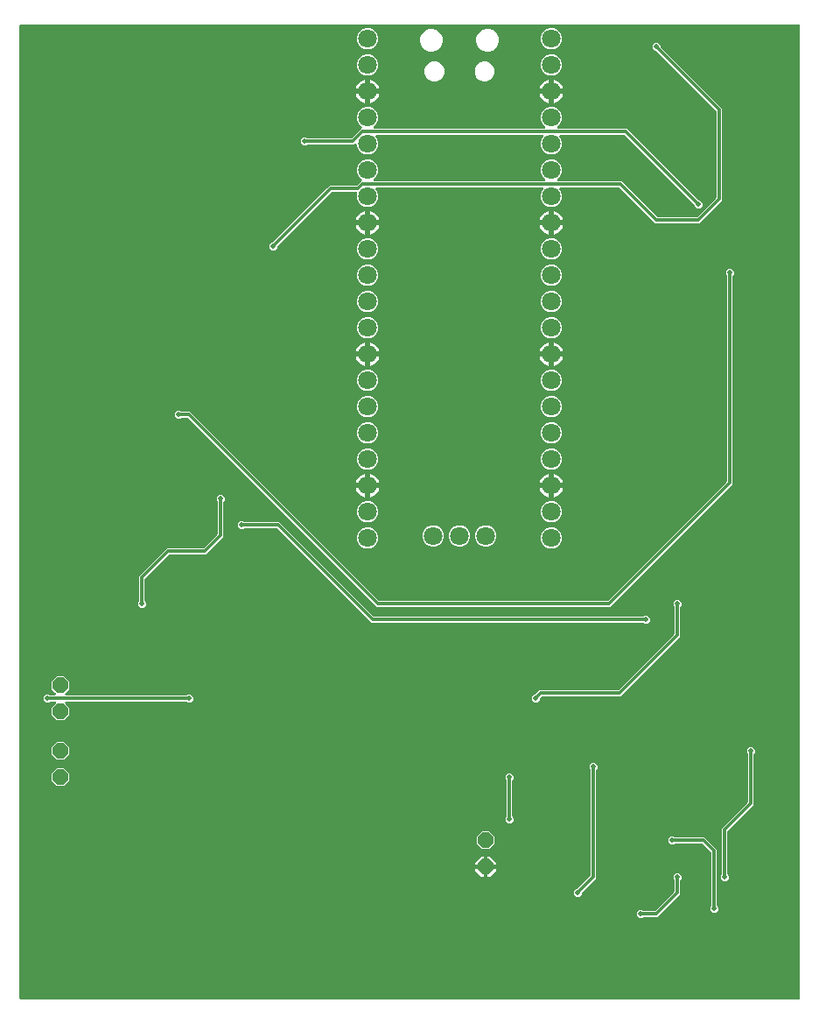
<source format=gbl>
G04 EAGLE Gerber RS-274X export*
G75*
%MOMM*%
%FSLAX34Y34*%
%LPD*%
%INBottom Copper*%
%IPPOS*%
%AMOC8*
5,1,8,0,0,1.08239X$1,22.5*%
G01*
%ADD10P,1.583577X8X292.500000*%
%ADD11P,1.583577X8X112.500000*%
%ADD12C,1.800000*%
%ADD13C,0.502400*%
%ADD14C,0.304800*%
%ADD15C,3.327400*%

G36*
X756946Y3560D02*
X756946Y3560D01*
X756972Y3558D01*
X757119Y3580D01*
X757266Y3597D01*
X757291Y3605D01*
X757317Y3609D01*
X757455Y3664D01*
X757594Y3714D01*
X757616Y3728D01*
X757641Y3738D01*
X757762Y3823D01*
X757887Y3903D01*
X757905Y3922D01*
X757927Y3937D01*
X758026Y4047D01*
X758129Y4154D01*
X758143Y4176D01*
X758160Y4196D01*
X758232Y4326D01*
X758308Y4453D01*
X758316Y4478D01*
X758329Y4501D01*
X758369Y4644D01*
X758414Y4785D01*
X758416Y4811D01*
X758424Y4836D01*
X758443Y5080D01*
X758443Y944880D01*
X758440Y944906D01*
X758442Y944932D01*
X758420Y945079D01*
X758403Y945226D01*
X758395Y945251D01*
X758391Y945277D01*
X758336Y945415D01*
X758286Y945554D01*
X758272Y945576D01*
X758262Y945601D01*
X758177Y945722D01*
X758097Y945847D01*
X758078Y945865D01*
X758063Y945887D01*
X757953Y945986D01*
X757846Y946089D01*
X757824Y946103D01*
X757804Y946120D01*
X757674Y946192D01*
X757547Y946268D01*
X757522Y946276D01*
X757499Y946289D01*
X757356Y946329D01*
X757215Y946374D01*
X757189Y946376D01*
X757164Y946384D01*
X756920Y946403D01*
X5080Y946403D01*
X5054Y946400D01*
X5028Y946402D01*
X4881Y946380D01*
X4734Y946363D01*
X4709Y946355D01*
X4683Y946351D01*
X4545Y946296D01*
X4406Y946246D01*
X4384Y946232D01*
X4359Y946222D01*
X4238Y946137D01*
X4113Y946057D01*
X4095Y946038D01*
X4073Y946023D01*
X3974Y945913D01*
X3871Y945806D01*
X3857Y945784D01*
X3840Y945764D01*
X3768Y945634D01*
X3692Y945507D01*
X3684Y945482D01*
X3671Y945459D01*
X3631Y945316D01*
X3586Y945175D01*
X3584Y945149D01*
X3576Y945124D01*
X3557Y944880D01*
X3557Y5080D01*
X3560Y5054D01*
X3558Y5028D01*
X3580Y4881D01*
X3597Y4734D01*
X3605Y4709D01*
X3609Y4683D01*
X3664Y4545D01*
X3714Y4406D01*
X3728Y4384D01*
X3738Y4359D01*
X3823Y4238D01*
X3903Y4113D01*
X3922Y4095D01*
X3937Y4073D01*
X4047Y3974D01*
X4154Y3871D01*
X4176Y3857D01*
X4196Y3840D01*
X4326Y3768D01*
X4453Y3692D01*
X4478Y3684D01*
X4501Y3671D01*
X4644Y3631D01*
X4785Y3586D01*
X4811Y3584D01*
X4836Y3576D01*
X5080Y3557D01*
X756920Y3557D01*
X756946Y3560D01*
G37*
%LPC*%
G36*
X247353Y727737D02*
X247353Y727737D01*
X245137Y729953D01*
X245137Y733087D01*
X247353Y735303D01*
X248119Y735303D01*
X248245Y735317D01*
X248371Y735324D01*
X248418Y735337D01*
X248466Y735343D01*
X248585Y735385D01*
X248706Y735420D01*
X248748Y735444D01*
X248794Y735460D01*
X248900Y735529D01*
X249010Y735590D01*
X249056Y735630D01*
X249087Y735649D01*
X249120Y735684D01*
X249197Y735749D01*
X301559Y788111D01*
X301559Y788112D01*
X303642Y790195D01*
X329512Y790195D01*
X329638Y790209D01*
X329764Y790216D01*
X329810Y790229D01*
X329858Y790235D01*
X329977Y790277D01*
X330099Y790312D01*
X330141Y790336D01*
X330187Y790352D01*
X330293Y790421D01*
X330403Y790482D01*
X330449Y790522D01*
X330479Y790541D01*
X330513Y790576D01*
X330589Y790641D01*
X332234Y792285D01*
X332234Y792286D01*
X334405Y794456D01*
X334421Y794477D01*
X334441Y794494D01*
X334529Y794613D01*
X334621Y794729D01*
X334632Y794753D01*
X334648Y794774D01*
X334707Y794910D01*
X334770Y795044D01*
X334776Y795070D01*
X334786Y795094D01*
X334812Y795240D01*
X334844Y795385D01*
X334843Y795411D01*
X334848Y795437D01*
X334840Y795586D01*
X334838Y795733D01*
X334831Y795759D01*
X334830Y795785D01*
X334789Y795928D01*
X334753Y796071D01*
X334741Y796095D01*
X334733Y796120D01*
X334661Y796250D01*
X334593Y796381D01*
X334576Y796401D01*
X334563Y796424D01*
X334405Y796610D01*
X331653Y799362D01*
X330089Y803137D01*
X330089Y807223D01*
X331653Y810998D01*
X334542Y813887D01*
X338317Y815451D01*
X342403Y815451D01*
X346178Y813887D01*
X349067Y810998D01*
X350631Y807223D01*
X350631Y803137D01*
X349067Y799362D01*
X346674Y796969D01*
X346612Y796891D01*
X346542Y796818D01*
X346504Y796754D01*
X346457Y796696D01*
X346415Y796605D01*
X346363Y796519D01*
X346340Y796448D01*
X346309Y796381D01*
X346287Y796283D01*
X346257Y796187D01*
X346251Y796113D01*
X346235Y796040D01*
X346237Y795940D01*
X346229Y795840D01*
X346240Y795766D01*
X346241Y795692D01*
X346266Y795595D01*
X346281Y795495D01*
X346308Y795426D01*
X346326Y795354D01*
X346372Y795265D01*
X346409Y795171D01*
X346452Y795110D01*
X346486Y795044D01*
X346551Y794968D01*
X346608Y794885D01*
X346663Y794835D01*
X346712Y794779D01*
X346792Y794719D01*
X346867Y794652D01*
X346932Y794616D01*
X346992Y794571D01*
X347084Y794532D01*
X347172Y794483D01*
X347244Y794463D01*
X347312Y794433D01*
X347411Y794416D01*
X347507Y794388D01*
X347607Y794380D01*
X347655Y794372D01*
X347691Y794374D01*
X347751Y794369D01*
X510769Y794369D01*
X510869Y794380D01*
X510969Y794382D01*
X511041Y794400D01*
X511115Y794409D01*
X511209Y794442D01*
X511307Y794467D01*
X511373Y794501D01*
X511443Y794526D01*
X511528Y794581D01*
X511617Y794627D01*
X511673Y794675D01*
X511736Y794715D01*
X511806Y794787D01*
X511882Y794852D01*
X511926Y794912D01*
X511978Y794966D01*
X512030Y795052D01*
X512089Y795133D01*
X512119Y795201D01*
X512157Y795265D01*
X512188Y795361D01*
X512227Y795453D01*
X512241Y795526D01*
X512263Y795597D01*
X512271Y795697D01*
X512289Y795796D01*
X512285Y795870D01*
X512291Y795944D01*
X512276Y796044D01*
X512271Y796144D01*
X512251Y796215D01*
X512239Y796289D01*
X512202Y796382D01*
X512175Y796479D01*
X512138Y796544D01*
X512111Y796613D01*
X512054Y796695D01*
X512004Y796783D01*
X511939Y796859D01*
X511912Y796899D01*
X511885Y796923D01*
X511846Y796969D01*
X509453Y799362D01*
X507889Y803137D01*
X507889Y807223D01*
X509453Y810998D01*
X512342Y813887D01*
X516117Y815451D01*
X520203Y815451D01*
X523978Y813887D01*
X526867Y810998D01*
X528431Y807223D01*
X528431Y803137D01*
X526867Y799362D01*
X524474Y796969D01*
X524412Y796891D01*
X524342Y796818D01*
X524304Y796754D01*
X524257Y796696D01*
X524215Y796605D01*
X524163Y796519D01*
X524140Y796448D01*
X524109Y796381D01*
X524087Y796283D01*
X524057Y796187D01*
X524051Y796113D01*
X524035Y796040D01*
X524037Y795940D01*
X524029Y795840D01*
X524040Y795766D01*
X524041Y795692D01*
X524066Y795595D01*
X524081Y795495D01*
X524108Y795426D01*
X524126Y795354D01*
X524172Y795265D01*
X524209Y795171D01*
X524252Y795110D01*
X524286Y795044D01*
X524351Y794968D01*
X524408Y794885D01*
X524463Y794835D01*
X524512Y794779D01*
X524592Y794719D01*
X524667Y794652D01*
X524732Y794616D01*
X524792Y794571D01*
X524884Y794532D01*
X524972Y794483D01*
X525044Y794463D01*
X525112Y794433D01*
X525211Y794416D01*
X525307Y794388D01*
X525407Y794380D01*
X525455Y794372D01*
X525491Y794374D01*
X525551Y794369D01*
X586264Y794369D01*
X620471Y760161D01*
X620570Y760082D01*
X620664Y759998D01*
X620707Y759974D01*
X620744Y759944D01*
X620859Y759890D01*
X620969Y759829D01*
X621016Y759816D01*
X621060Y759795D01*
X621183Y759769D01*
X621305Y759734D01*
X621366Y759729D01*
X621400Y759722D01*
X621448Y759723D01*
X621549Y759715D01*
X658611Y759715D01*
X658737Y759729D01*
X658863Y759736D01*
X658910Y759749D01*
X658958Y759755D01*
X659077Y759797D01*
X659198Y759832D01*
X659240Y759856D01*
X659286Y759872D01*
X659392Y759941D01*
X659502Y760002D01*
X659549Y760042D01*
X659579Y760061D01*
X659612Y760096D01*
X659689Y760161D01*
X677479Y777951D01*
X677558Y778050D01*
X677642Y778144D01*
X677666Y778187D01*
X677696Y778224D01*
X677750Y778339D01*
X677811Y778449D01*
X677824Y778496D01*
X677845Y778540D01*
X677871Y778663D01*
X677906Y778785D01*
X677911Y778846D01*
X677918Y778880D01*
X677917Y778928D01*
X677925Y779029D01*
X677925Y861811D01*
X677911Y861937D01*
X677904Y862063D01*
X677891Y862110D01*
X677885Y862158D01*
X677843Y862277D01*
X677808Y862398D01*
X677784Y862440D01*
X677768Y862486D01*
X677699Y862592D01*
X677638Y862702D01*
X677598Y862749D01*
X677579Y862779D01*
X677544Y862812D01*
X677479Y862889D01*
X620037Y920331D01*
X619938Y920410D01*
X619844Y920494D01*
X619801Y920518D01*
X619764Y920548D01*
X619649Y920602D01*
X619539Y920663D01*
X619492Y920676D01*
X619448Y920697D01*
X619325Y920723D01*
X619203Y920758D01*
X619142Y920763D01*
X619108Y920770D01*
X619060Y920769D01*
X618959Y920777D01*
X618193Y920777D01*
X615977Y922993D01*
X615977Y926127D01*
X618193Y928343D01*
X621327Y928343D01*
X623543Y926127D01*
X623543Y925361D01*
X623557Y925235D01*
X623564Y925109D01*
X623577Y925062D01*
X623583Y925014D01*
X623625Y924895D01*
X623660Y924774D01*
X623684Y924732D01*
X623700Y924686D01*
X623769Y924580D01*
X623830Y924470D01*
X623870Y924423D01*
X623889Y924393D01*
X623924Y924360D01*
X623989Y924283D01*
X683515Y864758D01*
X683515Y776082D01*
X661558Y754125D01*
X618602Y754125D01*
X584395Y788333D01*
X584296Y788412D01*
X584202Y788496D01*
X584159Y788520D01*
X584122Y788550D01*
X584007Y788604D01*
X583897Y788665D01*
X583850Y788678D01*
X583806Y788699D01*
X583683Y788725D01*
X583561Y788760D01*
X583500Y788765D01*
X583466Y788772D01*
X583418Y788771D01*
X583317Y788779D01*
X527363Y788779D01*
X527263Y788768D01*
X527163Y788766D01*
X527091Y788748D01*
X527017Y788739D01*
X526922Y788706D01*
X526825Y788681D01*
X526759Y788647D01*
X526689Y788622D01*
X526604Y788567D01*
X526515Y788521D01*
X526459Y788473D01*
X526396Y788433D01*
X526326Y788361D01*
X526250Y788296D01*
X526206Y788236D01*
X526154Y788182D01*
X526102Y788096D01*
X526043Y788015D01*
X526013Y787947D01*
X525975Y787883D01*
X525944Y787788D01*
X525905Y787695D01*
X525891Y787622D01*
X525869Y787551D01*
X525861Y787451D01*
X525843Y787352D01*
X525847Y787278D01*
X525841Y787204D01*
X525856Y787105D01*
X525861Y787004D01*
X525881Y786933D01*
X525893Y786859D01*
X525930Y786766D01*
X525957Y786669D01*
X525994Y786604D01*
X526021Y786535D01*
X526079Y786453D01*
X526128Y786365D01*
X526193Y786289D01*
X526220Y786249D01*
X526247Y786225D01*
X526286Y786179D01*
X526867Y785598D01*
X528431Y781823D01*
X528431Y777737D01*
X526867Y773962D01*
X523978Y771073D01*
X520203Y769509D01*
X516117Y769509D01*
X512342Y771073D01*
X509453Y773962D01*
X507889Y777737D01*
X507889Y781823D01*
X509453Y785598D01*
X510034Y786179D01*
X510096Y786258D01*
X510166Y786330D01*
X510204Y786394D01*
X510251Y786452D01*
X510294Y786543D01*
X510345Y786629D01*
X510368Y786700D01*
X510399Y786767D01*
X510421Y786865D01*
X510451Y786961D01*
X510457Y787035D01*
X510473Y787108D01*
X510471Y787208D01*
X510479Y787308D01*
X510468Y787382D01*
X510467Y787456D01*
X510442Y787553D01*
X510427Y787653D01*
X510400Y787722D01*
X510382Y787794D01*
X510336Y787883D01*
X510299Y787977D01*
X510256Y788038D01*
X510222Y788104D01*
X510157Y788181D01*
X510100Y788263D01*
X510045Y788313D01*
X509996Y788369D01*
X509916Y788429D01*
X509841Y788496D01*
X509776Y788532D01*
X509716Y788577D01*
X509624Y788616D01*
X509536Y788665D01*
X509464Y788685D01*
X509396Y788715D01*
X509297Y788732D01*
X509201Y788760D01*
X509101Y788768D01*
X509053Y788776D01*
X509017Y788774D01*
X508957Y788779D01*
X349563Y788779D01*
X349463Y788768D01*
X349363Y788766D01*
X349291Y788748D01*
X349217Y788739D01*
X349122Y788706D01*
X349025Y788681D01*
X348959Y788647D01*
X348889Y788622D01*
X348804Y788567D01*
X348715Y788521D01*
X348659Y788473D01*
X348596Y788433D01*
X348526Y788361D01*
X348450Y788296D01*
X348406Y788236D01*
X348354Y788182D01*
X348302Y788096D01*
X348243Y788015D01*
X348213Y787947D01*
X348175Y787883D01*
X348144Y787788D01*
X348105Y787695D01*
X348091Y787622D01*
X348069Y787551D01*
X348061Y787451D01*
X348043Y787352D01*
X348047Y787278D01*
X348041Y787204D01*
X348056Y787105D01*
X348061Y787004D01*
X348081Y786933D01*
X348093Y786859D01*
X348130Y786766D01*
X348157Y786669D01*
X348194Y786604D01*
X348221Y786535D01*
X348279Y786453D01*
X348328Y786365D01*
X348393Y786289D01*
X348420Y786249D01*
X348447Y786225D01*
X348486Y786179D01*
X349067Y785598D01*
X350631Y781823D01*
X350631Y777737D01*
X349067Y773962D01*
X346178Y771073D01*
X342403Y769509D01*
X338317Y769509D01*
X334542Y771073D01*
X331653Y773962D01*
X330089Y777737D01*
X330089Y781823D01*
X330369Y782499D01*
X330411Y782644D01*
X330456Y782787D01*
X330458Y782811D01*
X330465Y782834D01*
X330472Y782984D01*
X330484Y783134D01*
X330481Y783158D01*
X330482Y783182D01*
X330455Y783330D01*
X330433Y783479D01*
X330424Y783501D01*
X330419Y783525D01*
X330360Y783663D01*
X330304Y783803D01*
X330290Y783823D01*
X330281Y783845D01*
X330191Y783966D01*
X330105Y784089D01*
X330087Y784105D01*
X330073Y784125D01*
X329958Y784222D01*
X329846Y784322D01*
X329825Y784334D01*
X329807Y784350D01*
X329673Y784418D01*
X329541Y784491D01*
X329518Y784497D01*
X329496Y784508D01*
X329351Y784545D01*
X329206Y784586D01*
X329177Y784588D01*
X329158Y784593D01*
X329111Y784593D01*
X328962Y784605D01*
X306589Y784605D01*
X306463Y784591D01*
X306337Y784584D01*
X306290Y784571D01*
X306242Y784565D01*
X306123Y784523D01*
X306002Y784488D01*
X305960Y784464D01*
X305914Y784448D01*
X305808Y784379D01*
X305698Y784318D01*
X305651Y784278D01*
X305621Y784259D01*
X305588Y784224D01*
X305511Y784159D01*
X253149Y731797D01*
X253070Y731698D01*
X252986Y731604D01*
X252962Y731561D01*
X252932Y731524D01*
X252878Y731409D01*
X252817Y731299D01*
X252804Y731252D01*
X252783Y731208D01*
X252757Y731085D01*
X252722Y730963D01*
X252717Y730902D01*
X252710Y730868D01*
X252711Y730820D01*
X252703Y730719D01*
X252703Y729953D01*
X250487Y727737D01*
X247353Y727737D01*
G37*
%LPD*%
%LPC*%
G36*
X349362Y383285D02*
X349362Y383285D01*
X166929Y565719D01*
X166830Y565798D01*
X166736Y565882D01*
X166693Y565906D01*
X166656Y565936D01*
X166541Y565990D01*
X166431Y566051D01*
X166384Y566064D01*
X166340Y566085D01*
X166217Y566111D01*
X166095Y566146D01*
X166034Y566151D01*
X166000Y566158D01*
X165952Y566157D01*
X165851Y566165D01*
X160666Y566165D01*
X160540Y566151D01*
X160414Y566144D01*
X160368Y566131D01*
X160320Y566125D01*
X160201Y566083D01*
X160079Y566048D01*
X160037Y566024D01*
X159992Y566008D01*
X159885Y565939D01*
X159775Y565878D01*
X159729Y565838D01*
X159699Y565819D01*
X159665Y565784D01*
X159589Y565719D01*
X159047Y565177D01*
X155913Y565177D01*
X153697Y567393D01*
X153697Y570527D01*
X155913Y572743D01*
X159047Y572743D01*
X159589Y572201D01*
X159688Y572122D01*
X159782Y572038D01*
X159824Y572014D01*
X159862Y571984D01*
X159976Y571930D01*
X160087Y571869D01*
X160133Y571856D01*
X160177Y571835D01*
X160300Y571809D01*
X160422Y571774D01*
X160483Y571769D01*
X160518Y571762D01*
X160566Y571763D01*
X160666Y571755D01*
X168798Y571755D01*
X351231Y389321D01*
X351330Y389242D01*
X351424Y389158D01*
X351467Y389134D01*
X351504Y389104D01*
X351619Y389050D01*
X351729Y388989D01*
X351776Y388976D01*
X351820Y388955D01*
X351943Y388929D01*
X352065Y388894D01*
X352126Y388889D01*
X352160Y388882D01*
X352208Y388883D01*
X352309Y388875D01*
X572251Y388875D01*
X572377Y388889D01*
X572503Y388896D01*
X572550Y388909D01*
X572598Y388915D01*
X572717Y388957D01*
X572838Y388992D01*
X572880Y389016D01*
X572926Y389032D01*
X573032Y389101D01*
X573142Y389162D01*
X573189Y389202D01*
X573219Y389221D01*
X573252Y389256D01*
X573329Y389321D01*
X687639Y503631D01*
X687702Y503711D01*
X687769Y503780D01*
X687782Y503802D01*
X687802Y503824D01*
X687826Y503867D01*
X687856Y503904D01*
X687903Y504003D01*
X687948Y504079D01*
X687954Y504099D01*
X687971Y504129D01*
X687984Y504176D01*
X688005Y504220D01*
X688029Y504334D01*
X688054Y504411D01*
X688055Y504428D01*
X688066Y504465D01*
X688071Y504526D01*
X688078Y504560D01*
X688077Y504608D01*
X688085Y504709D01*
X688085Y702934D01*
X688071Y703060D01*
X688064Y703186D01*
X688051Y703232D01*
X688045Y703280D01*
X688003Y703399D01*
X687968Y703521D01*
X687944Y703563D01*
X687928Y703608D01*
X687859Y703715D01*
X687798Y703825D01*
X687758Y703871D01*
X687739Y703901D01*
X687704Y703935D01*
X687639Y704011D01*
X687097Y704553D01*
X687097Y707687D01*
X689313Y709903D01*
X692447Y709903D01*
X694663Y707687D01*
X694663Y704553D01*
X694121Y704011D01*
X694042Y703912D01*
X693958Y703818D01*
X693934Y703776D01*
X693904Y703738D01*
X693850Y703624D01*
X693789Y703513D01*
X693776Y703467D01*
X693755Y703423D01*
X693729Y703300D01*
X693694Y703178D01*
X693689Y703117D01*
X693682Y703082D01*
X693683Y703034D01*
X693675Y702934D01*
X693675Y501762D01*
X575198Y383285D01*
X349362Y383285D01*
G37*
%LPD*%
%LPC*%
G36*
X658833Y768377D02*
X658833Y768377D01*
X656617Y770593D01*
X656617Y771359D01*
X656603Y771485D01*
X656596Y771611D01*
X656583Y771658D01*
X656577Y771706D01*
X656535Y771825D01*
X656500Y771946D01*
X656476Y771988D01*
X656460Y772034D01*
X656391Y772140D01*
X656330Y772250D01*
X656290Y772297D01*
X656271Y772327D01*
X656236Y772360D01*
X656171Y772437D01*
X589475Y839133D01*
X589376Y839212D01*
X589282Y839296D01*
X589239Y839320D01*
X589202Y839350D01*
X589087Y839404D01*
X588977Y839465D01*
X588930Y839478D01*
X588886Y839499D01*
X588763Y839525D01*
X588641Y839560D01*
X588580Y839565D01*
X588546Y839572D01*
X588498Y839571D01*
X588397Y839579D01*
X527363Y839579D01*
X527263Y839568D01*
X527163Y839566D01*
X527091Y839548D01*
X527017Y839539D01*
X526922Y839506D01*
X526825Y839481D01*
X526759Y839447D01*
X526689Y839422D01*
X526604Y839367D01*
X526515Y839321D01*
X526459Y839273D01*
X526396Y839233D01*
X526326Y839161D01*
X526250Y839096D01*
X526206Y839036D01*
X526154Y838982D01*
X526102Y838896D01*
X526043Y838815D01*
X526013Y838747D01*
X525975Y838683D01*
X525944Y838588D01*
X525905Y838495D01*
X525891Y838422D01*
X525869Y838351D01*
X525861Y838251D01*
X525843Y838152D01*
X525847Y838078D01*
X525841Y838004D01*
X525856Y837905D01*
X525861Y837804D01*
X525881Y837733D01*
X525893Y837659D01*
X525930Y837566D01*
X525957Y837469D01*
X525994Y837404D01*
X526021Y837335D01*
X526079Y837253D01*
X526128Y837165D01*
X526193Y837089D01*
X526220Y837049D01*
X526247Y837025D01*
X526286Y836979D01*
X526867Y836398D01*
X528431Y832623D01*
X528431Y828537D01*
X526867Y824762D01*
X523978Y821873D01*
X520203Y820309D01*
X516117Y820309D01*
X512342Y821873D01*
X509453Y824762D01*
X507889Y828537D01*
X507889Y832623D01*
X509453Y836398D01*
X510034Y836979D01*
X510096Y837058D01*
X510166Y837130D01*
X510204Y837194D01*
X510251Y837252D01*
X510294Y837343D01*
X510345Y837429D01*
X510368Y837500D01*
X510399Y837567D01*
X510421Y837665D01*
X510451Y837761D01*
X510457Y837835D01*
X510473Y837908D01*
X510471Y838008D01*
X510479Y838108D01*
X510468Y838182D01*
X510467Y838256D01*
X510442Y838353D01*
X510427Y838453D01*
X510400Y838522D01*
X510382Y838594D01*
X510336Y838683D01*
X510299Y838777D01*
X510256Y838838D01*
X510222Y838904D01*
X510157Y838981D01*
X510100Y839063D01*
X510045Y839113D01*
X509996Y839169D01*
X509916Y839229D01*
X509841Y839296D01*
X509776Y839332D01*
X509716Y839377D01*
X509624Y839416D01*
X509536Y839465D01*
X509464Y839485D01*
X509396Y839515D01*
X509297Y839532D01*
X509201Y839560D01*
X509101Y839568D01*
X509053Y839576D01*
X509017Y839574D01*
X508957Y839579D01*
X349563Y839579D01*
X349463Y839568D01*
X349363Y839566D01*
X349291Y839548D01*
X349217Y839539D01*
X349122Y839506D01*
X349025Y839481D01*
X348959Y839447D01*
X348889Y839422D01*
X348804Y839367D01*
X348715Y839321D01*
X348659Y839273D01*
X348596Y839233D01*
X348526Y839161D01*
X348450Y839096D01*
X348406Y839036D01*
X348354Y838982D01*
X348302Y838896D01*
X348243Y838815D01*
X348213Y838747D01*
X348175Y838683D01*
X348144Y838588D01*
X348105Y838495D01*
X348091Y838422D01*
X348069Y838351D01*
X348061Y838251D01*
X348043Y838152D01*
X348047Y838078D01*
X348041Y838004D01*
X348056Y837905D01*
X348061Y837804D01*
X348081Y837733D01*
X348093Y837659D01*
X348130Y837566D01*
X348157Y837469D01*
X348194Y837404D01*
X348221Y837335D01*
X348279Y837253D01*
X348328Y837165D01*
X348393Y837089D01*
X348420Y837049D01*
X348447Y837025D01*
X348486Y836979D01*
X349067Y836398D01*
X350631Y832623D01*
X350631Y828537D01*
X349067Y824762D01*
X346178Y821873D01*
X342403Y820309D01*
X338317Y820309D01*
X334542Y821873D01*
X331653Y824762D01*
X330089Y828537D01*
X330089Y829359D01*
X330078Y829458D01*
X330076Y829559D01*
X330058Y829631D01*
X330049Y829705D01*
X330016Y829800D01*
X329991Y829897D01*
X329957Y829963D01*
X329932Y830033D01*
X329877Y830118D01*
X329831Y830207D01*
X329783Y830263D01*
X329743Y830326D01*
X329671Y830396D01*
X329606Y830472D01*
X329546Y830516D01*
X329492Y830568D01*
X329406Y830620D01*
X329325Y830679D01*
X329257Y830709D01*
X329193Y830747D01*
X329098Y830777D01*
X329005Y830817D01*
X328932Y830830D01*
X328861Y830853D01*
X328761Y830861D01*
X328662Y830879D01*
X328588Y830875D01*
X328514Y830881D01*
X328415Y830866D01*
X328314Y830861D01*
X328243Y830840D01*
X328169Y830829D01*
X328076Y830792D01*
X327979Y830764D01*
X327914Y830728D01*
X327845Y830701D01*
X327763Y830643D01*
X327675Y830594D01*
X327599Y830529D01*
X327559Y830502D01*
X327535Y830475D01*
X327489Y830436D01*
X327378Y830325D01*
X282586Y830325D01*
X282460Y830311D01*
X282334Y830304D01*
X282288Y830291D01*
X282240Y830285D01*
X282121Y830243D01*
X281999Y830208D01*
X281957Y830184D01*
X281912Y830168D01*
X281805Y830099D01*
X281695Y830038D01*
X281649Y829998D01*
X281619Y829979D01*
X281585Y829944D01*
X281509Y829879D01*
X280967Y829337D01*
X277833Y829337D01*
X275617Y831553D01*
X275617Y834687D01*
X277833Y836903D01*
X280967Y836903D01*
X281509Y836361D01*
X281608Y836282D01*
X281702Y836198D01*
X281744Y836174D01*
X281782Y836144D01*
X281896Y836090D01*
X282007Y836029D01*
X282053Y836016D01*
X282097Y835995D01*
X282220Y835969D01*
X282342Y835934D01*
X282403Y835929D01*
X282438Y835922D01*
X282486Y835923D01*
X282586Y835915D01*
X324432Y835915D01*
X324558Y835929D01*
X324684Y835936D01*
X324730Y835949D01*
X324778Y835955D01*
X324897Y835997D01*
X325019Y836032D01*
X325061Y836056D01*
X325106Y836072D01*
X325213Y836141D01*
X325323Y836202D01*
X325369Y836242D01*
X325399Y836261D01*
X325433Y836296D01*
X325509Y836361D01*
X332234Y843085D01*
X334405Y845256D01*
X334421Y845277D01*
X334441Y845294D01*
X334529Y845413D01*
X334621Y845529D01*
X334632Y845553D01*
X334648Y845574D01*
X334707Y845710D01*
X334770Y845844D01*
X334776Y845870D01*
X334786Y845894D01*
X334812Y846040D01*
X334844Y846185D01*
X334843Y846211D01*
X334848Y846237D01*
X334840Y846386D01*
X334838Y846533D01*
X334831Y846559D01*
X334830Y846585D01*
X334789Y846728D01*
X334753Y846871D01*
X334741Y846895D01*
X334733Y846920D01*
X334661Y847050D01*
X334593Y847181D01*
X334576Y847201D01*
X334563Y847224D01*
X334405Y847410D01*
X331653Y850162D01*
X330089Y853937D01*
X330089Y858023D01*
X331653Y861798D01*
X334542Y864687D01*
X338317Y866251D01*
X342403Y866251D01*
X346178Y864687D01*
X349067Y861798D01*
X350631Y858023D01*
X350631Y853937D01*
X349067Y850162D01*
X346674Y847769D01*
X346612Y847691D01*
X346542Y847618D01*
X346504Y847554D01*
X346457Y847496D01*
X346415Y847405D01*
X346363Y847319D01*
X346340Y847248D01*
X346309Y847181D01*
X346287Y847083D01*
X346257Y846987D01*
X346251Y846913D01*
X346235Y846840D01*
X346237Y846740D01*
X346229Y846640D01*
X346240Y846566D01*
X346241Y846492D01*
X346266Y846395D01*
X346281Y846295D01*
X346308Y846226D01*
X346326Y846154D01*
X346372Y846065D01*
X346409Y845971D01*
X346452Y845910D01*
X346486Y845844D01*
X346551Y845768D01*
X346608Y845685D01*
X346663Y845635D01*
X346712Y845579D01*
X346792Y845519D01*
X346867Y845452D01*
X346932Y845416D01*
X346992Y845371D01*
X347084Y845332D01*
X347172Y845283D01*
X347244Y845263D01*
X347312Y845233D01*
X347411Y845216D01*
X347507Y845188D01*
X347607Y845180D01*
X347655Y845172D01*
X347691Y845174D01*
X347751Y845169D01*
X510769Y845169D01*
X510869Y845180D01*
X510969Y845182D01*
X511041Y845200D01*
X511115Y845209D01*
X511209Y845242D01*
X511307Y845267D01*
X511373Y845301D01*
X511443Y845326D01*
X511528Y845381D01*
X511617Y845427D01*
X511673Y845475D01*
X511736Y845515D01*
X511806Y845587D01*
X511882Y845652D01*
X511926Y845712D01*
X511978Y845766D01*
X512030Y845852D01*
X512089Y845933D01*
X512119Y846001D01*
X512157Y846065D01*
X512188Y846161D01*
X512227Y846253D01*
X512241Y846326D01*
X512263Y846397D01*
X512271Y846497D01*
X512289Y846596D01*
X512285Y846670D01*
X512291Y846744D01*
X512276Y846844D01*
X512271Y846944D01*
X512251Y847015D01*
X512239Y847089D01*
X512202Y847182D01*
X512175Y847279D01*
X512138Y847344D01*
X512111Y847413D01*
X512054Y847495D01*
X512004Y847583D01*
X511939Y847659D01*
X511912Y847699D01*
X511885Y847723D01*
X511846Y847769D01*
X509453Y850162D01*
X507889Y853937D01*
X507889Y858023D01*
X509453Y861798D01*
X512342Y864687D01*
X516117Y866251D01*
X520203Y866251D01*
X523978Y864687D01*
X526867Y861798D01*
X528431Y858023D01*
X528431Y853937D01*
X526867Y850162D01*
X524474Y847769D01*
X524412Y847691D01*
X524342Y847618D01*
X524304Y847554D01*
X524257Y847496D01*
X524215Y847405D01*
X524163Y847319D01*
X524140Y847248D01*
X524109Y847181D01*
X524087Y847083D01*
X524057Y846987D01*
X524051Y846913D01*
X524035Y846840D01*
X524037Y846740D01*
X524029Y846640D01*
X524040Y846566D01*
X524041Y846492D01*
X524066Y846395D01*
X524081Y846295D01*
X524108Y846226D01*
X524126Y846154D01*
X524172Y846065D01*
X524209Y845971D01*
X524252Y845910D01*
X524286Y845844D01*
X524351Y845768D01*
X524408Y845685D01*
X524463Y845635D01*
X524512Y845579D01*
X524592Y845519D01*
X524667Y845452D01*
X524732Y845416D01*
X524792Y845371D01*
X524884Y845332D01*
X524972Y845283D01*
X525044Y845263D01*
X525112Y845233D01*
X525211Y845216D01*
X525307Y845188D01*
X525407Y845180D01*
X525455Y845172D01*
X525491Y845174D01*
X525551Y845169D01*
X591344Y845169D01*
X660123Y776389D01*
X660222Y776310D01*
X660316Y776226D01*
X660359Y776202D01*
X660396Y776172D01*
X660511Y776118D01*
X660621Y776057D01*
X660668Y776044D01*
X660712Y776023D01*
X660835Y775997D01*
X660957Y775962D01*
X661018Y775957D01*
X661052Y775950D01*
X661100Y775951D01*
X661201Y775943D01*
X661967Y775943D01*
X664183Y773727D01*
X664183Y770593D01*
X661967Y768377D01*
X658833Y768377D01*
G37*
%LPD*%
%LPC*%
G36*
X608033Y367057D02*
X608033Y367057D01*
X607491Y367599D01*
X607392Y367678D01*
X607298Y367762D01*
X607256Y367786D01*
X607218Y367816D01*
X607104Y367870D01*
X606993Y367931D01*
X606947Y367944D01*
X606903Y367965D01*
X606780Y367991D01*
X606658Y368026D01*
X606597Y368031D01*
X606562Y368038D01*
X606514Y368037D01*
X606414Y368045D01*
X344282Y368045D01*
X253289Y459039D01*
X253190Y459118D01*
X253096Y459202D01*
X253053Y459226D01*
X253016Y459256D01*
X252901Y459310D01*
X252791Y459371D01*
X252744Y459384D01*
X252700Y459405D01*
X252577Y459431D01*
X252455Y459466D01*
X252394Y459471D01*
X252360Y459478D01*
X252312Y459477D01*
X252211Y459485D01*
X221626Y459485D01*
X221500Y459471D01*
X221374Y459464D01*
X221328Y459451D01*
X221280Y459445D01*
X221161Y459403D01*
X221039Y459368D01*
X220997Y459344D01*
X220952Y459328D01*
X220845Y459259D01*
X220735Y459198D01*
X220689Y459158D01*
X220659Y459139D01*
X220625Y459104D01*
X220549Y459039D01*
X220007Y458497D01*
X216873Y458497D01*
X214657Y460713D01*
X214657Y463847D01*
X216873Y466063D01*
X220007Y466063D01*
X220549Y465521D01*
X220648Y465442D01*
X220742Y465358D01*
X220784Y465334D01*
X220822Y465304D01*
X220936Y465250D01*
X221047Y465189D01*
X221093Y465176D01*
X221137Y465155D01*
X221260Y465129D01*
X221382Y465094D01*
X221443Y465089D01*
X221478Y465082D01*
X221526Y465083D01*
X221626Y465075D01*
X255158Y465075D01*
X346151Y374081D01*
X346250Y374002D01*
X346344Y373918D01*
X346387Y373894D01*
X346424Y373864D01*
X346539Y373810D01*
X346649Y373749D01*
X346696Y373736D01*
X346740Y373715D01*
X346863Y373689D01*
X346985Y373654D01*
X347046Y373649D01*
X347080Y373642D01*
X347128Y373643D01*
X347229Y373635D01*
X606414Y373635D01*
X606540Y373649D01*
X606666Y373656D01*
X606712Y373669D01*
X606760Y373675D01*
X606879Y373717D01*
X607001Y373752D01*
X607043Y373776D01*
X607088Y373792D01*
X607195Y373861D01*
X607305Y373922D01*
X607351Y373962D01*
X607381Y373981D01*
X607415Y374016D01*
X607491Y374081D01*
X608033Y374623D01*
X611167Y374623D01*
X613383Y372407D01*
X613383Y369273D01*
X611167Y367057D01*
X608033Y367057D01*
G37*
%LPD*%
%LPC*%
G36*
X39624Y273354D02*
X39624Y273354D01*
X34594Y278384D01*
X34594Y285496D01*
X38343Y289245D01*
X38405Y289323D01*
X38475Y289396D01*
X38513Y289460D01*
X38559Y289518D01*
X38602Y289609D01*
X38654Y289695D01*
X38676Y289766D01*
X38708Y289833D01*
X38729Y289931D01*
X38760Y290027D01*
X38766Y290101D01*
X38782Y290174D01*
X38780Y290274D01*
X38788Y290374D01*
X38777Y290448D01*
X38776Y290522D01*
X38751Y290619D01*
X38736Y290719D01*
X38709Y290788D01*
X38691Y290860D01*
X38644Y290950D01*
X38607Y291043D01*
X38565Y291104D01*
X38531Y291170D01*
X38466Y291247D01*
X38409Y291329D01*
X38353Y291379D01*
X38305Y291435D01*
X38224Y291495D01*
X38150Y291562D01*
X38085Y291598D01*
X38025Y291643D01*
X37933Y291682D01*
X37845Y291731D01*
X37773Y291751D01*
X37705Y291781D01*
X37606Y291798D01*
X37509Y291826D01*
X37409Y291834D01*
X37362Y291842D01*
X37326Y291840D01*
X37266Y291845D01*
X33666Y291845D01*
X33540Y291831D01*
X33414Y291824D01*
X33368Y291811D01*
X33320Y291805D01*
X33201Y291763D01*
X33079Y291728D01*
X33037Y291704D01*
X32992Y291688D01*
X32885Y291619D01*
X32775Y291558D01*
X32729Y291518D01*
X32699Y291499D01*
X32665Y291464D01*
X32589Y291399D01*
X32047Y290857D01*
X28913Y290857D01*
X26697Y293073D01*
X26697Y296207D01*
X28913Y298423D01*
X32047Y298423D01*
X32589Y297881D01*
X32688Y297802D01*
X32782Y297718D01*
X32824Y297694D01*
X32862Y297664D01*
X32976Y297610D01*
X33087Y297549D01*
X33133Y297536D01*
X33177Y297515D01*
X33300Y297489D01*
X33422Y297454D01*
X33483Y297449D01*
X33518Y297442D01*
X33566Y297443D01*
X33666Y297435D01*
X37266Y297435D01*
X37365Y297446D01*
X37466Y297448D01*
X37538Y297466D01*
X37612Y297475D01*
X37706Y297508D01*
X37804Y297533D01*
X37870Y297567D01*
X37940Y297592D01*
X38024Y297647D01*
X38113Y297693D01*
X38170Y297741D01*
X38233Y297781D01*
X38302Y297853D01*
X38379Y297918D01*
X38423Y297978D01*
X38475Y298032D01*
X38526Y298118D01*
X38586Y298199D01*
X38616Y298267D01*
X38654Y298331D01*
X38684Y298427D01*
X38724Y298519D01*
X38737Y298592D01*
X38760Y298663D01*
X38768Y298763D01*
X38786Y298862D01*
X38782Y298936D01*
X38788Y299010D01*
X38773Y299110D01*
X38768Y299210D01*
X38747Y299281D01*
X38736Y299355D01*
X38699Y299448D01*
X38671Y299545D01*
X38635Y299610D01*
X38607Y299679D01*
X38550Y299761D01*
X38501Y299849D01*
X38436Y299925D01*
X38409Y299965D01*
X38382Y299989D01*
X38343Y300035D01*
X34594Y303784D01*
X34594Y310896D01*
X39624Y315926D01*
X46736Y315926D01*
X51766Y310896D01*
X51766Y303784D01*
X48017Y300035D01*
X47955Y299957D01*
X47885Y299884D01*
X47847Y299820D01*
X47801Y299762D01*
X47758Y299671D01*
X47706Y299585D01*
X47684Y299514D01*
X47652Y299447D01*
X47631Y299349D01*
X47600Y299253D01*
X47594Y299179D01*
X47578Y299106D01*
X47580Y299006D01*
X47572Y298906D01*
X47583Y298832D01*
X47584Y298758D01*
X47609Y298661D01*
X47624Y298561D01*
X47651Y298492D01*
X47669Y298420D01*
X47716Y298330D01*
X47753Y298237D01*
X47795Y298176D01*
X47829Y298110D01*
X47894Y298033D01*
X47951Y297951D01*
X48007Y297901D01*
X48055Y297845D01*
X48136Y297785D01*
X48210Y297718D01*
X48275Y297682D01*
X48335Y297637D01*
X48427Y297598D01*
X48515Y297549D01*
X48587Y297529D01*
X48655Y297499D01*
X48754Y297482D01*
X48851Y297454D01*
X48951Y297446D01*
X48998Y297438D01*
X49034Y297440D01*
X49094Y297435D01*
X164454Y297435D01*
X164580Y297449D01*
X164706Y297456D01*
X164752Y297469D01*
X164800Y297475D01*
X164919Y297517D01*
X165041Y297552D01*
X165083Y297576D01*
X165128Y297592D01*
X165235Y297661D01*
X165345Y297722D01*
X165391Y297762D01*
X165421Y297781D01*
X165455Y297816D01*
X165531Y297881D01*
X166073Y298423D01*
X169207Y298423D01*
X171423Y296207D01*
X171423Y293073D01*
X169207Y290857D01*
X166073Y290857D01*
X165531Y291399D01*
X165432Y291478D01*
X165338Y291562D01*
X165296Y291586D01*
X165258Y291616D01*
X165144Y291670D01*
X165033Y291731D01*
X164987Y291744D01*
X164943Y291765D01*
X164820Y291791D01*
X164698Y291826D01*
X164637Y291831D01*
X164602Y291838D01*
X164554Y291837D01*
X164454Y291845D01*
X49094Y291845D01*
X48995Y291834D01*
X48894Y291832D01*
X48822Y291814D01*
X48748Y291805D01*
X48654Y291772D01*
X48556Y291747D01*
X48490Y291713D01*
X48420Y291688D01*
X48336Y291633D01*
X48247Y291587D01*
X48190Y291539D01*
X48127Y291499D01*
X48058Y291427D01*
X47981Y291362D01*
X47937Y291302D01*
X47885Y291248D01*
X47834Y291162D01*
X47774Y291081D01*
X47744Y291013D01*
X47706Y290949D01*
X47676Y290853D01*
X47636Y290761D01*
X47623Y290688D01*
X47600Y290617D01*
X47592Y290517D01*
X47574Y290418D01*
X47578Y290344D01*
X47572Y290270D01*
X47587Y290170D01*
X47592Y290070D01*
X47613Y289999D01*
X47624Y289925D01*
X47661Y289832D01*
X47689Y289735D01*
X47725Y289670D01*
X47753Y289601D01*
X47810Y289519D01*
X47859Y289431D01*
X47924Y289355D01*
X47951Y289315D01*
X47978Y289291D01*
X48017Y289245D01*
X51766Y285496D01*
X51766Y278384D01*
X46736Y273354D01*
X39624Y273354D01*
G37*
%LPD*%
%LPC*%
G36*
X501353Y290857D02*
X501353Y290857D01*
X499137Y293073D01*
X499137Y296207D01*
X501353Y298423D01*
X502119Y298423D01*
X502245Y298437D01*
X502371Y298444D01*
X502418Y298457D01*
X502466Y298463D01*
X502585Y298505D01*
X502706Y298540D01*
X502748Y298564D01*
X502794Y298580D01*
X502900Y298649D01*
X503010Y298710D01*
X503057Y298750D01*
X503087Y298769D01*
X503120Y298804D01*
X503197Y298869D01*
X506842Y302515D01*
X582411Y302515D01*
X582537Y302529D01*
X582663Y302536D01*
X582710Y302549D01*
X582758Y302555D01*
X582877Y302597D01*
X582998Y302632D01*
X583040Y302656D01*
X583086Y302672D01*
X583192Y302741D01*
X583302Y302802D01*
X583349Y302842D01*
X583379Y302861D01*
X583412Y302896D01*
X583489Y302961D01*
X636839Y356311D01*
X636918Y356410D01*
X637002Y356504D01*
X637026Y356547D01*
X637056Y356584D01*
X637110Y356699D01*
X637171Y356809D01*
X637184Y356856D01*
X637205Y356900D01*
X637231Y357023D01*
X637266Y357145D01*
X637271Y357206D01*
X637278Y357240D01*
X637277Y357288D01*
X637285Y357389D01*
X637285Y382894D01*
X637271Y383020D01*
X637264Y383146D01*
X637251Y383192D01*
X637245Y383240D01*
X637203Y383359D01*
X637168Y383481D01*
X637144Y383523D01*
X637128Y383568D01*
X637059Y383675D01*
X636998Y383785D01*
X636958Y383831D01*
X636939Y383861D01*
X636904Y383895D01*
X636839Y383971D01*
X636297Y384513D01*
X636297Y387647D01*
X638513Y389863D01*
X641647Y389863D01*
X643863Y387647D01*
X643863Y384513D01*
X643321Y383971D01*
X643242Y383872D01*
X643158Y383778D01*
X643134Y383736D01*
X643104Y383698D01*
X643050Y383584D01*
X642989Y383473D01*
X642976Y383427D01*
X642955Y383383D01*
X642929Y383260D01*
X642894Y383138D01*
X642889Y383077D01*
X642882Y383042D01*
X642883Y382994D01*
X642875Y382894D01*
X642875Y354442D01*
X585358Y296925D01*
X509789Y296925D01*
X509663Y296911D01*
X509537Y296904D01*
X509490Y296891D01*
X509442Y296885D01*
X509323Y296843D01*
X509202Y296808D01*
X509160Y296784D01*
X509114Y296768D01*
X509008Y296699D01*
X508898Y296638D01*
X508851Y296598D01*
X508821Y296579D01*
X508788Y296544D01*
X508711Y296479D01*
X507149Y294917D01*
X507070Y294818D01*
X506986Y294724D01*
X506962Y294681D01*
X506932Y294644D01*
X506878Y294529D01*
X506817Y294419D01*
X506804Y294372D01*
X506783Y294328D01*
X506757Y294205D01*
X506722Y294083D01*
X506717Y294022D01*
X506710Y293988D01*
X506711Y293940D01*
X506703Y293839D01*
X506703Y293073D01*
X504487Y290857D01*
X501353Y290857D01*
G37*
%LPD*%
%LPC*%
G36*
X120353Y382297D02*
X120353Y382297D01*
X118137Y384513D01*
X118137Y387647D01*
X118679Y388189D01*
X118758Y388288D01*
X118842Y388382D01*
X118866Y388424D01*
X118896Y388462D01*
X118950Y388576D01*
X119011Y388687D01*
X119024Y388733D01*
X119045Y388777D01*
X119071Y388900D01*
X119106Y389022D01*
X119111Y389083D01*
X119118Y389118D01*
X119117Y389166D01*
X119125Y389266D01*
X119125Y412638D01*
X121208Y414721D01*
X121209Y414721D01*
X144079Y437591D01*
X144079Y437592D01*
X146162Y439675D01*
X181091Y439675D01*
X181217Y439689D01*
X181343Y439696D01*
X181390Y439709D01*
X181438Y439715D01*
X181557Y439757D01*
X181678Y439792D01*
X181720Y439816D01*
X181766Y439832D01*
X181872Y439901D01*
X181982Y439962D01*
X182029Y440002D01*
X182059Y440021D01*
X182092Y440056D01*
X182169Y440121D01*
X194879Y452831D01*
X194958Y452930D01*
X195042Y453024D01*
X195066Y453067D01*
X195096Y453104D01*
X195150Y453219D01*
X195211Y453329D01*
X195224Y453376D01*
X195245Y453420D01*
X195271Y453543D01*
X195306Y453665D01*
X195311Y453726D01*
X195318Y453760D01*
X195317Y453808D01*
X195325Y453909D01*
X195325Y484494D01*
X195311Y484620D01*
X195304Y484746D01*
X195291Y484792D01*
X195285Y484840D01*
X195243Y484959D01*
X195208Y485081D01*
X195184Y485123D01*
X195168Y485168D01*
X195099Y485275D01*
X195038Y485385D01*
X194998Y485431D01*
X194979Y485461D01*
X194944Y485495D01*
X194879Y485571D01*
X194337Y486113D01*
X194337Y489247D01*
X196553Y491463D01*
X199687Y491463D01*
X201903Y489247D01*
X201903Y486113D01*
X201361Y485571D01*
X201282Y485472D01*
X201198Y485378D01*
X201174Y485336D01*
X201144Y485298D01*
X201090Y485184D01*
X201029Y485073D01*
X201016Y485027D01*
X200995Y484983D01*
X200969Y484860D01*
X200934Y484738D01*
X200929Y484677D01*
X200922Y484642D01*
X200923Y484594D01*
X200915Y484494D01*
X200915Y450962D01*
X184038Y434085D01*
X149109Y434085D01*
X148983Y434071D01*
X148857Y434064D01*
X148810Y434051D01*
X148762Y434045D01*
X148643Y434003D01*
X148522Y433968D01*
X148480Y433944D01*
X148434Y433928D01*
X148328Y433859D01*
X148218Y433798D01*
X148171Y433758D01*
X148141Y433739D01*
X148108Y433704D01*
X148031Y433639D01*
X125161Y410769D01*
X125082Y410670D01*
X124998Y410576D01*
X124974Y410533D01*
X124944Y410496D01*
X124890Y410381D01*
X124829Y410271D01*
X124816Y410224D01*
X124795Y410180D01*
X124769Y410057D01*
X124734Y409935D01*
X124729Y409874D01*
X124722Y409840D01*
X124723Y409792D01*
X124715Y409691D01*
X124715Y389266D01*
X124729Y389140D01*
X124736Y389014D01*
X124749Y388968D01*
X124755Y388920D01*
X124797Y388801D01*
X124832Y388679D01*
X124856Y388637D01*
X124872Y388592D01*
X124941Y388485D01*
X125002Y388375D01*
X125042Y388329D01*
X125061Y388299D01*
X125096Y388265D01*
X125161Y388189D01*
X125703Y387647D01*
X125703Y384513D01*
X123487Y382297D01*
X120353Y382297D01*
G37*
%LPD*%
%LPC*%
G36*
X684233Y118137D02*
X684233Y118137D01*
X682017Y120353D01*
X682017Y123487D01*
X682559Y124029D01*
X682638Y124128D01*
X682722Y124222D01*
X682746Y124264D01*
X682776Y124302D01*
X682830Y124416D01*
X682891Y124527D01*
X682904Y124573D01*
X682925Y124617D01*
X682951Y124740D01*
X682986Y124862D01*
X682991Y124923D01*
X682998Y124957D01*
X682997Y125006D01*
X683005Y125106D01*
X683005Y168798D01*
X707959Y193751D01*
X708038Y193850D01*
X708122Y193944D01*
X708146Y193987D01*
X708176Y194024D01*
X708230Y194139D01*
X708291Y194249D01*
X708304Y194296D01*
X708325Y194340D01*
X708351Y194463D01*
X708386Y194585D01*
X708391Y194646D01*
X708398Y194680D01*
X708397Y194728D01*
X708405Y194829D01*
X708405Y240654D01*
X708391Y240780D01*
X708384Y240906D01*
X708371Y240952D01*
X708365Y241000D01*
X708323Y241119D01*
X708288Y241241D01*
X708264Y241283D01*
X708248Y241328D01*
X708179Y241435D01*
X708118Y241545D01*
X708078Y241591D01*
X708059Y241621D01*
X708024Y241655D01*
X707959Y241731D01*
X707417Y242273D01*
X707417Y245407D01*
X709633Y247623D01*
X712767Y247623D01*
X714983Y245407D01*
X714983Y242273D01*
X714441Y241731D01*
X714362Y241632D01*
X714278Y241538D01*
X714254Y241496D01*
X714224Y241458D01*
X714170Y241344D01*
X714109Y241233D01*
X714096Y241187D01*
X714075Y241143D01*
X714049Y241020D01*
X714014Y240898D01*
X714009Y240837D01*
X714002Y240802D01*
X714003Y240754D01*
X713995Y240654D01*
X713995Y191882D01*
X689041Y166929D01*
X688962Y166830D01*
X688878Y166736D01*
X688854Y166693D01*
X688824Y166656D01*
X688770Y166541D01*
X688709Y166431D01*
X688696Y166384D01*
X688675Y166340D01*
X688649Y166217D01*
X688614Y166095D01*
X688609Y166034D01*
X688602Y166000D01*
X688603Y165952D01*
X688595Y165851D01*
X688595Y125106D01*
X688609Y124980D01*
X688616Y124854D01*
X688629Y124808D01*
X688635Y124760D01*
X688677Y124640D01*
X688712Y124519D01*
X688736Y124477D01*
X688752Y124431D01*
X688821Y124325D01*
X688882Y124215D01*
X688922Y124169D01*
X688941Y124139D01*
X688976Y124105D01*
X689041Y124029D01*
X689583Y123487D01*
X689583Y120353D01*
X687367Y118137D01*
X684233Y118137D01*
G37*
%LPD*%
%LPC*%
G36*
X541993Y102897D02*
X541993Y102897D01*
X539777Y105113D01*
X539777Y108247D01*
X541993Y110463D01*
X542759Y110463D01*
X542885Y110477D01*
X543011Y110484D01*
X543058Y110497D01*
X543106Y110503D01*
X543225Y110545D01*
X543346Y110580D01*
X543388Y110604D01*
X543434Y110620D01*
X543540Y110689D01*
X543650Y110750D01*
X543697Y110790D01*
X543727Y110809D01*
X543760Y110844D01*
X543837Y110909D01*
X555559Y122631D01*
X555638Y122730D01*
X555722Y122824D01*
X555746Y122867D01*
X555776Y122904D01*
X555830Y123019D01*
X555891Y123129D01*
X555904Y123176D01*
X555925Y123220D01*
X555951Y123343D01*
X555986Y123465D01*
X555991Y123526D01*
X555998Y123560D01*
X555997Y123608D01*
X556005Y123709D01*
X556005Y225414D01*
X555991Y225540D01*
X555984Y225666D01*
X555971Y225712D01*
X555965Y225760D01*
X555923Y225879D01*
X555888Y226001D01*
X555864Y226043D01*
X555848Y226088D01*
X555779Y226195D01*
X555718Y226305D01*
X555678Y226351D01*
X555659Y226381D01*
X555624Y226415D01*
X555559Y226491D01*
X555017Y227033D01*
X555017Y230167D01*
X557233Y232383D01*
X560367Y232383D01*
X562583Y230167D01*
X562583Y227033D01*
X562041Y226491D01*
X561962Y226392D01*
X561878Y226298D01*
X561854Y226256D01*
X561824Y226218D01*
X561770Y226104D01*
X561709Y225993D01*
X561696Y225947D01*
X561675Y225903D01*
X561649Y225780D01*
X561614Y225658D01*
X561609Y225597D01*
X561602Y225562D01*
X561603Y225514D01*
X561595Y225414D01*
X561595Y120762D01*
X547789Y106957D01*
X547710Y106858D01*
X547626Y106764D01*
X547602Y106721D01*
X547572Y106684D01*
X547518Y106569D01*
X547457Y106459D01*
X547444Y106412D01*
X547423Y106368D01*
X547397Y106245D01*
X547362Y106123D01*
X547357Y106062D01*
X547350Y106028D01*
X547351Y105980D01*
X547343Y105879D01*
X547343Y105113D01*
X545127Y102897D01*
X541993Y102897D01*
G37*
%LPD*%
%LPC*%
G36*
X674073Y87657D02*
X674073Y87657D01*
X671857Y89873D01*
X671857Y93007D01*
X672399Y93549D01*
X672478Y93648D01*
X672562Y93742D01*
X672586Y93784D01*
X672616Y93822D01*
X672670Y93936D01*
X672731Y94047D01*
X672744Y94093D01*
X672765Y94137D01*
X672791Y94260D01*
X672826Y94382D01*
X672831Y94443D01*
X672838Y94478D01*
X672837Y94526D01*
X672845Y94626D01*
X672845Y145531D01*
X672831Y145657D01*
X672824Y145783D01*
X672811Y145830D01*
X672805Y145878D01*
X672763Y145997D01*
X672728Y146118D01*
X672704Y146160D01*
X672688Y146206D01*
X672619Y146312D01*
X672558Y146422D01*
X672518Y146469D01*
X672499Y146499D01*
X672464Y146532D01*
X672399Y146609D01*
X664769Y154239D01*
X664670Y154318D01*
X664576Y154402D01*
X664533Y154426D01*
X664496Y154456D01*
X664381Y154510D01*
X664271Y154571D01*
X664224Y154584D01*
X664180Y154605D01*
X664057Y154631D01*
X663935Y154666D01*
X663874Y154671D01*
X663840Y154678D01*
X663792Y154677D01*
X663691Y154685D01*
X638186Y154685D01*
X638060Y154671D01*
X637934Y154664D01*
X637888Y154651D01*
X637840Y154645D01*
X637721Y154603D01*
X637599Y154568D01*
X637557Y154544D01*
X637512Y154528D01*
X637405Y154459D01*
X637295Y154398D01*
X637249Y154358D01*
X637219Y154339D01*
X637185Y154304D01*
X637109Y154239D01*
X636567Y153697D01*
X633433Y153697D01*
X631217Y155913D01*
X631217Y159047D01*
X633433Y161263D01*
X636567Y161263D01*
X637109Y160721D01*
X637208Y160642D01*
X637302Y160558D01*
X637344Y160534D01*
X637382Y160504D01*
X637496Y160450D01*
X637607Y160389D01*
X637653Y160376D01*
X637697Y160355D01*
X637820Y160329D01*
X637942Y160294D01*
X638003Y160289D01*
X638038Y160282D01*
X638086Y160283D01*
X638186Y160275D01*
X666638Y160275D01*
X678435Y148478D01*
X678435Y94626D01*
X678449Y94500D01*
X678456Y94374D01*
X678469Y94328D01*
X678475Y94280D01*
X678517Y94161D01*
X678552Y94039D01*
X678576Y93997D01*
X678592Y93952D01*
X678661Y93845D01*
X678722Y93735D01*
X678762Y93689D01*
X678781Y93659D01*
X678816Y93625D01*
X678881Y93549D01*
X679423Y93007D01*
X679423Y89873D01*
X677207Y87657D01*
X674073Y87657D01*
G37*
%LPD*%
%LPC*%
G36*
X602953Y82577D02*
X602953Y82577D01*
X600737Y84793D01*
X600737Y87927D01*
X602953Y90143D01*
X606087Y90143D01*
X606629Y89601D01*
X606728Y89522D01*
X606822Y89438D01*
X606864Y89414D01*
X606902Y89384D01*
X607016Y89330D01*
X607127Y89269D01*
X607173Y89256D01*
X607217Y89235D01*
X607340Y89209D01*
X607462Y89174D01*
X607523Y89169D01*
X607557Y89162D01*
X607606Y89163D01*
X607706Y89155D01*
X617971Y89155D01*
X618097Y89169D01*
X618223Y89176D01*
X618270Y89189D01*
X618318Y89195D01*
X618437Y89237D01*
X618558Y89272D01*
X618600Y89296D01*
X618646Y89312D01*
X618752Y89381D01*
X618862Y89442D01*
X618909Y89482D01*
X618939Y89501D01*
X618972Y89536D01*
X619049Y89601D01*
X636839Y107391D01*
X636918Y107490D01*
X637002Y107584D01*
X637026Y107627D01*
X637056Y107664D01*
X637110Y107779D01*
X637171Y107889D01*
X637184Y107936D01*
X637205Y107980D01*
X637231Y108103D01*
X637266Y108225D01*
X637271Y108286D01*
X637278Y108320D01*
X637277Y108368D01*
X637285Y108469D01*
X637285Y118734D01*
X637271Y118860D01*
X637264Y118986D01*
X637251Y119032D01*
X637245Y119080D01*
X637203Y119199D01*
X637168Y119321D01*
X637144Y119363D01*
X637128Y119408D01*
X637059Y119515D01*
X636998Y119625D01*
X636958Y119671D01*
X636939Y119701D01*
X636904Y119735D01*
X636839Y119811D01*
X636297Y120353D01*
X636297Y123487D01*
X638513Y125703D01*
X641647Y125703D01*
X643863Y123487D01*
X643863Y120353D01*
X643321Y119811D01*
X643242Y119712D01*
X643158Y119618D01*
X643134Y119576D01*
X643104Y119538D01*
X643050Y119424D01*
X642989Y119313D01*
X642976Y119267D01*
X642955Y119223D01*
X642929Y119100D01*
X642894Y118978D01*
X642889Y118917D01*
X642882Y118882D01*
X642883Y118834D01*
X642875Y118734D01*
X642875Y105522D01*
X620918Y83565D01*
X607706Y83565D01*
X607580Y83551D01*
X607454Y83544D01*
X607408Y83531D01*
X607360Y83525D01*
X607240Y83483D01*
X607119Y83448D01*
X607077Y83424D01*
X607031Y83408D01*
X606925Y83339D01*
X606815Y83278D01*
X606769Y83238D01*
X606739Y83219D01*
X606705Y83184D01*
X606629Y83119D01*
X606087Y82577D01*
X602953Y82577D01*
G37*
%LPD*%
%LPC*%
G36*
X399822Y919879D02*
X399822Y919879D01*
X395779Y921554D01*
X392684Y924649D01*
X391009Y928692D01*
X391009Y933068D01*
X392684Y937111D01*
X395779Y940206D01*
X399822Y941881D01*
X404198Y941881D01*
X408241Y940206D01*
X411336Y937111D01*
X413011Y933068D01*
X413011Y928692D01*
X411336Y924649D01*
X408241Y921554D01*
X404198Y919879D01*
X399822Y919879D01*
G37*
%LPD*%
%LPC*%
G36*
X454322Y919879D02*
X454322Y919879D01*
X450279Y921554D01*
X447184Y924649D01*
X445509Y928692D01*
X445509Y933068D01*
X447184Y937111D01*
X450279Y940206D01*
X454322Y941881D01*
X458698Y941881D01*
X462741Y940206D01*
X465836Y937111D01*
X467511Y933068D01*
X467511Y928692D01*
X465836Y924649D01*
X462741Y921554D01*
X458698Y919879D01*
X454322Y919879D01*
G37*
%LPD*%
%LPC*%
G36*
X516117Y921909D02*
X516117Y921909D01*
X512342Y923473D01*
X509453Y926362D01*
X507889Y930137D01*
X507889Y934223D01*
X509453Y937998D01*
X512342Y940887D01*
X516117Y942451D01*
X520203Y942451D01*
X523978Y940887D01*
X526867Y937998D01*
X528431Y934223D01*
X528431Y930137D01*
X526867Y926362D01*
X523978Y923473D01*
X520203Y921909D01*
X516117Y921909D01*
G37*
%LPD*%
%LPC*%
G36*
X338317Y642509D02*
X338317Y642509D01*
X334542Y644073D01*
X331653Y646962D01*
X330089Y650737D01*
X330089Y654823D01*
X331653Y658598D01*
X334542Y661487D01*
X338317Y663051D01*
X342403Y663051D01*
X346178Y661487D01*
X349067Y658598D01*
X350631Y654823D01*
X350631Y650737D01*
X349067Y646962D01*
X346178Y644073D01*
X342403Y642509D01*
X338317Y642509D01*
G37*
%LPD*%
%LPC*%
G36*
X338317Y464709D02*
X338317Y464709D01*
X334542Y466273D01*
X331653Y469162D01*
X330089Y472937D01*
X330089Y477023D01*
X331653Y480798D01*
X334542Y483687D01*
X338317Y485251D01*
X342403Y485251D01*
X346178Y483687D01*
X349067Y480798D01*
X350631Y477023D01*
X350631Y472937D01*
X349067Y469162D01*
X346178Y466273D01*
X342403Y464709D01*
X338317Y464709D01*
G37*
%LPD*%
%LPC*%
G36*
X338317Y896509D02*
X338317Y896509D01*
X334542Y898073D01*
X331653Y900962D01*
X330089Y904737D01*
X330089Y908823D01*
X331653Y912598D01*
X334542Y915487D01*
X338317Y917051D01*
X342403Y917051D01*
X346178Y915487D01*
X349067Y912598D01*
X350631Y908823D01*
X350631Y904737D01*
X349067Y900962D01*
X346178Y898073D01*
X342403Y896509D01*
X338317Y896509D01*
G37*
%LPD*%
%LPC*%
G36*
X338317Y921909D02*
X338317Y921909D01*
X334542Y923473D01*
X331653Y926362D01*
X330089Y930137D01*
X330089Y934223D01*
X331653Y937998D01*
X334542Y940887D01*
X338317Y942451D01*
X342403Y942451D01*
X346178Y940887D01*
X349067Y937998D01*
X350631Y934223D01*
X350631Y930137D01*
X349067Y926362D01*
X346178Y923473D01*
X342403Y921909D01*
X338317Y921909D01*
G37*
%LPD*%
%LPC*%
G36*
X338317Y515509D02*
X338317Y515509D01*
X334542Y517073D01*
X331653Y519962D01*
X330089Y523737D01*
X330089Y527823D01*
X331653Y531598D01*
X334542Y534487D01*
X338317Y536051D01*
X342403Y536051D01*
X346178Y534487D01*
X349067Y531598D01*
X350631Y527823D01*
X350631Y523737D01*
X349067Y519962D01*
X346178Y517073D01*
X342403Y515509D01*
X338317Y515509D01*
G37*
%LPD*%
%LPC*%
G36*
X516117Y515509D02*
X516117Y515509D01*
X512342Y517073D01*
X509453Y519962D01*
X507889Y523737D01*
X507889Y527823D01*
X509453Y531598D01*
X512342Y534487D01*
X516117Y536051D01*
X520203Y536051D01*
X523978Y534487D01*
X526867Y531598D01*
X528431Y527823D01*
X528431Y523737D01*
X526867Y519962D01*
X523978Y517073D01*
X520203Y515509D01*
X516117Y515509D01*
G37*
%LPD*%
%LPC*%
G36*
X338317Y540909D02*
X338317Y540909D01*
X334542Y542473D01*
X331653Y545362D01*
X330089Y549137D01*
X330089Y553223D01*
X331653Y556998D01*
X334542Y559887D01*
X338317Y561451D01*
X342403Y561451D01*
X346178Y559887D01*
X349067Y556998D01*
X350631Y553223D01*
X350631Y549137D01*
X349067Y545362D01*
X346178Y542473D01*
X342403Y540909D01*
X338317Y540909D01*
G37*
%LPD*%
%LPC*%
G36*
X516117Y540909D02*
X516117Y540909D01*
X512342Y542473D01*
X509453Y545362D01*
X507889Y549137D01*
X507889Y553223D01*
X509453Y556998D01*
X512342Y559887D01*
X516117Y561451D01*
X520203Y561451D01*
X523978Y559887D01*
X526867Y556998D01*
X528431Y553223D01*
X528431Y549137D01*
X526867Y545362D01*
X523978Y542473D01*
X520203Y540909D01*
X516117Y540909D01*
G37*
%LPD*%
%LPC*%
G36*
X516117Y566309D02*
X516117Y566309D01*
X512342Y567873D01*
X509453Y570762D01*
X507889Y574537D01*
X507889Y578623D01*
X509453Y582398D01*
X512342Y585287D01*
X516117Y586851D01*
X520203Y586851D01*
X523978Y585287D01*
X526867Y582398D01*
X528431Y578623D01*
X528431Y574537D01*
X526867Y570762D01*
X523978Y567873D01*
X520203Y566309D01*
X516117Y566309D01*
G37*
%LPD*%
%LPC*%
G36*
X516117Y896509D02*
X516117Y896509D01*
X512342Y898073D01*
X509453Y900962D01*
X507889Y904737D01*
X507889Y908823D01*
X509453Y912598D01*
X512342Y915487D01*
X516117Y917051D01*
X520203Y917051D01*
X523978Y915487D01*
X526867Y912598D01*
X528431Y908823D01*
X528431Y904737D01*
X526867Y900962D01*
X523978Y898073D01*
X520203Y896509D01*
X516117Y896509D01*
G37*
%LPD*%
%LPC*%
G36*
X338317Y439309D02*
X338317Y439309D01*
X334542Y440873D01*
X331653Y443762D01*
X330089Y447537D01*
X330089Y451623D01*
X331653Y455398D01*
X334542Y458287D01*
X338317Y459851D01*
X342403Y459851D01*
X346178Y458287D01*
X349067Y455398D01*
X350631Y451623D01*
X350631Y447537D01*
X349067Y443762D01*
X346178Y440873D01*
X342403Y439309D01*
X338317Y439309D01*
G37*
%LPD*%
%LPC*%
G36*
X516117Y439309D02*
X516117Y439309D01*
X512342Y440873D01*
X509453Y443762D01*
X507889Y447537D01*
X507889Y451623D01*
X509453Y455398D01*
X512342Y458287D01*
X516117Y459851D01*
X520203Y459851D01*
X523978Y458287D01*
X526867Y455398D01*
X528431Y451623D01*
X528431Y447537D01*
X526867Y443762D01*
X523978Y440873D01*
X520203Y439309D01*
X516117Y439309D01*
G37*
%LPD*%
%LPC*%
G36*
X516117Y718709D02*
X516117Y718709D01*
X512342Y720273D01*
X509453Y723162D01*
X507889Y726937D01*
X507889Y731023D01*
X509453Y734798D01*
X512342Y737687D01*
X516117Y739251D01*
X520203Y739251D01*
X523978Y737687D01*
X526867Y734798D01*
X528431Y731023D01*
X528431Y726937D01*
X526867Y723162D01*
X523978Y720273D01*
X520203Y718709D01*
X516117Y718709D01*
G37*
%LPD*%
%LPC*%
G36*
X338317Y718709D02*
X338317Y718709D01*
X334542Y720273D01*
X331653Y723162D01*
X330089Y726937D01*
X330089Y731023D01*
X331653Y734798D01*
X334542Y737687D01*
X338317Y739251D01*
X342403Y739251D01*
X346178Y737687D01*
X349067Y734798D01*
X350631Y731023D01*
X350631Y726937D01*
X349067Y723162D01*
X346178Y720273D01*
X342403Y718709D01*
X338317Y718709D01*
G37*
%LPD*%
%LPC*%
G36*
X516117Y693309D02*
X516117Y693309D01*
X512342Y694873D01*
X509453Y697762D01*
X507889Y701537D01*
X507889Y705623D01*
X509453Y709398D01*
X512342Y712287D01*
X516117Y713851D01*
X520203Y713851D01*
X523978Y712287D01*
X526867Y709398D01*
X528431Y705623D01*
X528431Y701537D01*
X526867Y697762D01*
X523978Y694873D01*
X520203Y693309D01*
X516117Y693309D01*
G37*
%LPD*%
%LPC*%
G36*
X338317Y693309D02*
X338317Y693309D01*
X334542Y694873D01*
X331653Y697762D01*
X330089Y701537D01*
X330089Y705623D01*
X331653Y709398D01*
X334542Y712287D01*
X338317Y713851D01*
X342403Y713851D01*
X346178Y712287D01*
X349067Y709398D01*
X350631Y705623D01*
X350631Y701537D01*
X349067Y697762D01*
X346178Y694873D01*
X342403Y693309D01*
X338317Y693309D01*
G37*
%LPD*%
%LPC*%
G36*
X516117Y591709D02*
X516117Y591709D01*
X512342Y593273D01*
X509453Y596162D01*
X507889Y599937D01*
X507889Y604023D01*
X509453Y607798D01*
X512342Y610687D01*
X516117Y612251D01*
X520203Y612251D01*
X523978Y610687D01*
X526867Y607798D01*
X528431Y604023D01*
X528431Y599937D01*
X526867Y596162D01*
X523978Y593273D01*
X520203Y591709D01*
X516117Y591709D01*
G37*
%LPD*%
%LPC*%
G36*
X516117Y667909D02*
X516117Y667909D01*
X512342Y669473D01*
X509453Y672362D01*
X507889Y676137D01*
X507889Y680223D01*
X509453Y683998D01*
X512342Y686887D01*
X516117Y688451D01*
X520203Y688451D01*
X523978Y686887D01*
X526867Y683998D01*
X528431Y680223D01*
X528431Y676137D01*
X526867Y672362D01*
X523978Y669473D01*
X520203Y667909D01*
X516117Y667909D01*
G37*
%LPD*%
%LPC*%
G36*
X338317Y667909D02*
X338317Y667909D01*
X334542Y669473D01*
X331653Y672362D01*
X330089Y676137D01*
X330089Y680223D01*
X331653Y683998D01*
X334542Y686887D01*
X338317Y688451D01*
X342403Y688451D01*
X346178Y686887D01*
X349067Y683998D01*
X350631Y680223D01*
X350631Y676137D01*
X349067Y672362D01*
X346178Y669473D01*
X342403Y667909D01*
X338317Y667909D01*
G37*
%LPD*%
%LPC*%
G36*
X516117Y642509D02*
X516117Y642509D01*
X512342Y644073D01*
X509453Y646962D01*
X507889Y650737D01*
X507889Y654823D01*
X509453Y658598D01*
X512342Y661487D01*
X516117Y663051D01*
X520203Y663051D01*
X523978Y661487D01*
X526867Y658598D01*
X528431Y654823D01*
X528431Y650737D01*
X526867Y646962D01*
X523978Y644073D01*
X520203Y642509D01*
X516117Y642509D01*
G37*
%LPD*%
%LPC*%
G36*
X516117Y464709D02*
X516117Y464709D01*
X512342Y466273D01*
X509453Y469162D01*
X507889Y472937D01*
X507889Y477023D01*
X509453Y480798D01*
X512342Y483687D01*
X516117Y485251D01*
X520203Y485251D01*
X523978Y483687D01*
X526867Y480798D01*
X528431Y477023D01*
X528431Y472937D01*
X526867Y469162D01*
X523978Y466273D01*
X520203Y464709D01*
X516117Y464709D01*
G37*
%LPD*%
%LPC*%
G36*
X338317Y566309D02*
X338317Y566309D01*
X334542Y567873D01*
X331653Y570762D01*
X330089Y574537D01*
X330089Y578623D01*
X331653Y582398D01*
X334542Y585287D01*
X338317Y586851D01*
X342403Y586851D01*
X346178Y585287D01*
X349067Y582398D01*
X350631Y578623D01*
X350631Y574537D01*
X349067Y570762D01*
X346178Y567873D01*
X342403Y566309D01*
X338317Y566309D01*
G37*
%LPD*%
%LPC*%
G36*
X338317Y591709D02*
X338317Y591709D01*
X334542Y593273D01*
X331653Y596162D01*
X330089Y599937D01*
X330089Y604023D01*
X331653Y607798D01*
X334542Y610687D01*
X338317Y612251D01*
X342403Y612251D01*
X346178Y610687D01*
X349067Y607798D01*
X350631Y604023D01*
X350631Y599937D01*
X349067Y596162D01*
X346178Y593273D01*
X342403Y591709D01*
X338317Y591709D01*
G37*
%LPD*%
%LPC*%
G36*
X401817Y441609D02*
X401817Y441609D01*
X398042Y443173D01*
X395153Y446062D01*
X393589Y449837D01*
X393589Y453923D01*
X395153Y457698D01*
X398042Y460587D01*
X401817Y462151D01*
X405903Y462151D01*
X409678Y460587D01*
X412567Y457698D01*
X414131Y453923D01*
X414131Y449837D01*
X412567Y446062D01*
X409678Y443173D01*
X405903Y441609D01*
X401817Y441609D01*
G37*
%LPD*%
%LPC*%
G36*
X427217Y441609D02*
X427217Y441609D01*
X423442Y443173D01*
X420553Y446062D01*
X418989Y449837D01*
X418989Y453923D01*
X420553Y457698D01*
X423442Y460587D01*
X427217Y462151D01*
X431303Y462151D01*
X435078Y460587D01*
X437967Y457698D01*
X439531Y453923D01*
X439531Y449837D01*
X437967Y446062D01*
X435078Y443173D01*
X431303Y441609D01*
X427217Y441609D01*
G37*
%LPD*%
%LPC*%
G36*
X452617Y441609D02*
X452617Y441609D01*
X448842Y443173D01*
X445953Y446062D01*
X444389Y449837D01*
X444389Y453923D01*
X445953Y457698D01*
X448842Y460587D01*
X452617Y462151D01*
X456703Y462151D01*
X460478Y460587D01*
X463367Y457698D01*
X464931Y453923D01*
X464931Y449837D01*
X463367Y446062D01*
X460478Y443173D01*
X456703Y441609D01*
X452617Y441609D01*
G37*
%LPD*%
%LPC*%
G36*
X403120Y891079D02*
X403120Y891079D01*
X399628Y892526D01*
X396956Y895198D01*
X395509Y898690D01*
X395509Y902470D01*
X396956Y905962D01*
X399628Y908634D01*
X403120Y910081D01*
X406900Y910081D01*
X410392Y908634D01*
X413064Y905962D01*
X414511Y902470D01*
X414511Y898690D01*
X413064Y895198D01*
X410392Y892526D01*
X406900Y891079D01*
X403120Y891079D01*
G37*
%LPD*%
%LPC*%
G36*
X451620Y891079D02*
X451620Y891079D01*
X448128Y892526D01*
X445456Y895198D01*
X444009Y898690D01*
X444009Y902470D01*
X445456Y905962D01*
X448128Y908634D01*
X451620Y910081D01*
X455400Y910081D01*
X458892Y908634D01*
X461564Y905962D01*
X463011Y902470D01*
X463011Y898690D01*
X461564Y895198D01*
X458892Y892526D01*
X455400Y891079D01*
X451620Y891079D01*
G37*
%LPD*%
%LPC*%
G36*
X475953Y174017D02*
X475953Y174017D01*
X473737Y176233D01*
X473737Y179367D01*
X474279Y179909D01*
X474358Y180008D01*
X474442Y180102D01*
X474466Y180144D01*
X474496Y180182D01*
X474550Y180296D01*
X474611Y180407D01*
X474624Y180453D01*
X474645Y180497D01*
X474671Y180620D01*
X474706Y180742D01*
X474711Y180803D01*
X474718Y180838D01*
X474717Y180886D01*
X474725Y180986D01*
X474725Y215254D01*
X474711Y215380D01*
X474704Y215506D01*
X474691Y215552D01*
X474685Y215600D01*
X474643Y215719D01*
X474608Y215841D01*
X474584Y215883D01*
X474568Y215928D01*
X474499Y216035D01*
X474438Y216145D01*
X474398Y216191D01*
X474379Y216221D01*
X474344Y216255D01*
X474315Y216289D01*
X474311Y216295D01*
X474306Y216299D01*
X474279Y216331D01*
X473737Y216873D01*
X473737Y220007D01*
X475953Y222223D01*
X479087Y222223D01*
X481303Y220007D01*
X481303Y216873D01*
X480761Y216331D01*
X480693Y216246D01*
X480663Y216215D01*
X480656Y216203D01*
X480598Y216138D01*
X480574Y216096D01*
X480544Y216058D01*
X480490Y215944D01*
X480429Y215833D01*
X480416Y215787D01*
X480395Y215743D01*
X480369Y215620D01*
X480334Y215498D01*
X480329Y215437D01*
X480322Y215402D01*
X480323Y215354D01*
X480315Y215254D01*
X480315Y180986D01*
X480329Y180860D01*
X480336Y180734D01*
X480349Y180688D01*
X480355Y180640D01*
X480397Y180521D01*
X480432Y180399D01*
X480456Y180357D01*
X480472Y180312D01*
X480541Y180205D01*
X480602Y180095D01*
X480642Y180049D01*
X480661Y180019D01*
X480696Y179985D01*
X480761Y179909D01*
X481303Y179367D01*
X481303Y176233D01*
X479087Y174017D01*
X475953Y174017D01*
G37*
%LPD*%
%LPC*%
G36*
X451104Y148894D02*
X451104Y148894D01*
X446074Y153924D01*
X446074Y161036D01*
X451104Y166066D01*
X458216Y166066D01*
X463246Y161036D01*
X463246Y153924D01*
X458216Y148894D01*
X451104Y148894D01*
G37*
%LPD*%
%LPC*%
G36*
X39624Y209854D02*
X39624Y209854D01*
X34594Y214884D01*
X34594Y221996D01*
X39624Y227026D01*
X46736Y227026D01*
X51766Y221996D01*
X51766Y214884D01*
X46736Y209854D01*
X39624Y209854D01*
G37*
%LPD*%
%LPC*%
G36*
X39624Y235254D02*
X39624Y235254D01*
X34594Y240284D01*
X34594Y247396D01*
X39624Y252426D01*
X46736Y252426D01*
X51766Y247396D01*
X51766Y240284D01*
X46736Y235254D01*
X39624Y235254D01*
G37*
%LPD*%
%LPC*%
G36*
X342859Y883879D02*
X342859Y883879D01*
X342859Y892669D01*
X343063Y892637D01*
X344790Y892075D01*
X346409Y891251D01*
X347878Y890183D01*
X349163Y888898D01*
X350231Y887429D01*
X351055Y885810D01*
X351617Y884083D01*
X351649Y883879D01*
X342859Y883879D01*
G37*
%LPD*%
%LPC*%
G36*
X520659Y756879D02*
X520659Y756879D01*
X520659Y765669D01*
X520863Y765637D01*
X522590Y765075D01*
X524209Y764251D01*
X525678Y763183D01*
X526963Y761898D01*
X528031Y760429D01*
X528855Y758810D01*
X529417Y757083D01*
X529449Y756879D01*
X520659Y756879D01*
G37*
%LPD*%
%LPC*%
G36*
X342859Y629879D02*
X342859Y629879D01*
X342859Y638669D01*
X343063Y638637D01*
X344790Y638075D01*
X346409Y637251D01*
X347878Y636183D01*
X349163Y634898D01*
X350231Y633429D01*
X351055Y631810D01*
X351617Y630083D01*
X351649Y629879D01*
X342859Y629879D01*
G37*
%LPD*%
%LPC*%
G36*
X342859Y756879D02*
X342859Y756879D01*
X342859Y765669D01*
X343063Y765637D01*
X344790Y765075D01*
X346409Y764251D01*
X347878Y763183D01*
X349163Y761898D01*
X350231Y760429D01*
X351055Y758810D01*
X351617Y757083D01*
X351649Y756879D01*
X342859Y756879D01*
G37*
%LPD*%
%LPC*%
G36*
X520659Y883879D02*
X520659Y883879D01*
X520659Y892669D01*
X520863Y892637D01*
X522590Y892075D01*
X524209Y891251D01*
X525678Y890183D01*
X526963Y888898D01*
X528031Y887429D01*
X528855Y885810D01*
X529417Y884083D01*
X529449Y883879D01*
X520659Y883879D01*
G37*
%LPD*%
%LPC*%
G36*
X520659Y629879D02*
X520659Y629879D01*
X520659Y638669D01*
X520863Y638637D01*
X522590Y638075D01*
X524209Y637251D01*
X525678Y636183D01*
X526963Y634898D01*
X528031Y633429D01*
X528855Y631810D01*
X529417Y630083D01*
X529449Y629879D01*
X520659Y629879D01*
G37*
%LPD*%
%LPC*%
G36*
X342859Y502879D02*
X342859Y502879D01*
X342859Y511669D01*
X343063Y511637D01*
X344790Y511075D01*
X346409Y510251D01*
X347878Y509183D01*
X349163Y507898D01*
X350231Y506429D01*
X351055Y504810D01*
X351617Y503083D01*
X351649Y502879D01*
X342859Y502879D01*
G37*
%LPD*%
%LPC*%
G36*
X520659Y502879D02*
X520659Y502879D01*
X520659Y511669D01*
X520863Y511637D01*
X522590Y511075D01*
X524209Y510251D01*
X525678Y509183D01*
X526963Y507898D01*
X528031Y506429D01*
X528855Y504810D01*
X529417Y503083D01*
X529449Y502879D01*
X520659Y502879D01*
G37*
%LPD*%
%LPC*%
G36*
X506871Y502879D02*
X506871Y502879D01*
X506903Y503083D01*
X507465Y504810D01*
X508289Y506429D01*
X509357Y507898D01*
X510642Y509183D01*
X512111Y510251D01*
X513730Y511075D01*
X515457Y511637D01*
X515661Y511669D01*
X515661Y502879D01*
X506871Y502879D01*
G37*
%LPD*%
%LPC*%
G36*
X520659Y497881D02*
X520659Y497881D01*
X529449Y497881D01*
X529417Y497677D01*
X528855Y495950D01*
X528031Y494331D01*
X526963Y492862D01*
X525678Y491577D01*
X524209Y490509D01*
X522590Y489685D01*
X520863Y489123D01*
X520659Y489091D01*
X520659Y497881D01*
G37*
%LPD*%
%LPC*%
G36*
X520659Y878881D02*
X520659Y878881D01*
X529449Y878881D01*
X529417Y878677D01*
X528855Y876950D01*
X528031Y875331D01*
X526963Y873862D01*
X525678Y872577D01*
X524209Y871509D01*
X522590Y870685D01*
X520863Y870123D01*
X520659Y870091D01*
X520659Y878881D01*
G37*
%LPD*%
%LPC*%
G36*
X342859Y497881D02*
X342859Y497881D01*
X351649Y497881D01*
X351617Y497677D01*
X351055Y495950D01*
X350231Y494331D01*
X349163Y492862D01*
X347878Y491577D01*
X346409Y490509D01*
X344790Y489685D01*
X343063Y489123D01*
X342859Y489091D01*
X342859Y497881D01*
G37*
%LPD*%
%LPC*%
G36*
X342859Y878881D02*
X342859Y878881D01*
X351649Y878881D01*
X351617Y878677D01*
X351055Y876950D01*
X350231Y875331D01*
X349163Y873862D01*
X347878Y872577D01*
X346409Y871509D01*
X344790Y870685D01*
X343063Y870123D01*
X342859Y870091D01*
X342859Y878881D01*
G37*
%LPD*%
%LPC*%
G36*
X329071Y502879D02*
X329071Y502879D01*
X329103Y503083D01*
X329665Y504810D01*
X330489Y506429D01*
X331557Y507898D01*
X332842Y509183D01*
X334311Y510251D01*
X335930Y511075D01*
X337657Y511637D01*
X337861Y511669D01*
X337861Y502879D01*
X329071Y502879D01*
G37*
%LPD*%
%LPC*%
G36*
X506871Y883879D02*
X506871Y883879D01*
X506903Y884083D01*
X507465Y885810D01*
X508289Y887429D01*
X509357Y888898D01*
X510642Y890183D01*
X512111Y891251D01*
X513730Y892075D01*
X515457Y892637D01*
X515661Y892669D01*
X515661Y883879D01*
X506871Y883879D01*
G37*
%LPD*%
%LPC*%
G36*
X329071Y883879D02*
X329071Y883879D01*
X329103Y884083D01*
X329665Y885810D01*
X330489Y887429D01*
X331557Y888898D01*
X332842Y890183D01*
X334311Y891251D01*
X335930Y892075D01*
X337657Y892637D01*
X337861Y892669D01*
X337861Y883879D01*
X329071Y883879D01*
G37*
%LPD*%
%LPC*%
G36*
X342859Y624881D02*
X342859Y624881D01*
X351649Y624881D01*
X351617Y624677D01*
X351055Y622950D01*
X350231Y621331D01*
X349163Y619862D01*
X347878Y618577D01*
X346409Y617509D01*
X344790Y616685D01*
X343063Y616123D01*
X342859Y616091D01*
X342859Y624881D01*
G37*
%LPD*%
%LPC*%
G36*
X520659Y624881D02*
X520659Y624881D01*
X529449Y624881D01*
X529417Y624677D01*
X528855Y622950D01*
X528031Y621331D01*
X526963Y619862D01*
X525678Y618577D01*
X524209Y617509D01*
X522590Y616685D01*
X520863Y616123D01*
X520659Y616091D01*
X520659Y624881D01*
G37*
%LPD*%
%LPC*%
G36*
X506871Y629879D02*
X506871Y629879D01*
X506903Y630083D01*
X507465Y631810D01*
X508289Y633429D01*
X509357Y634898D01*
X510642Y636183D01*
X512111Y637251D01*
X513730Y638075D01*
X515457Y638637D01*
X515661Y638669D01*
X515661Y629879D01*
X506871Y629879D01*
G37*
%LPD*%
%LPC*%
G36*
X329071Y629879D02*
X329071Y629879D01*
X329103Y630083D01*
X329665Y631810D01*
X330489Y633429D01*
X331557Y634898D01*
X332842Y636183D01*
X334311Y637251D01*
X335930Y638075D01*
X337657Y638637D01*
X337861Y638669D01*
X337861Y629879D01*
X329071Y629879D01*
G37*
%LPD*%
%LPC*%
G36*
X329071Y756879D02*
X329071Y756879D01*
X329103Y757083D01*
X329665Y758810D01*
X330489Y760429D01*
X331557Y761898D01*
X332842Y763183D01*
X334311Y764251D01*
X335930Y765075D01*
X337657Y765637D01*
X337861Y765669D01*
X337861Y756879D01*
X329071Y756879D01*
G37*
%LPD*%
%LPC*%
G36*
X342859Y751881D02*
X342859Y751881D01*
X351649Y751881D01*
X351617Y751677D01*
X351055Y749950D01*
X350231Y748331D01*
X349163Y746862D01*
X347878Y745577D01*
X346409Y744509D01*
X344790Y743685D01*
X343063Y743123D01*
X342859Y743091D01*
X342859Y751881D01*
G37*
%LPD*%
%LPC*%
G36*
X506871Y756879D02*
X506871Y756879D01*
X506903Y757083D01*
X507465Y758810D01*
X508289Y760429D01*
X509357Y761898D01*
X510642Y763183D01*
X512111Y764251D01*
X513730Y765075D01*
X515457Y765637D01*
X515661Y765669D01*
X515661Y756879D01*
X506871Y756879D01*
G37*
%LPD*%
%LPC*%
G36*
X520659Y751881D02*
X520659Y751881D01*
X529449Y751881D01*
X529417Y751677D01*
X528855Y749950D01*
X528031Y748331D01*
X526963Y746862D01*
X525678Y745577D01*
X524209Y744509D01*
X522590Y743685D01*
X520863Y743123D01*
X520659Y743091D01*
X520659Y751881D01*
G37*
%LPD*%
%LPC*%
G36*
X515457Y743123D02*
X515457Y743123D01*
X513730Y743685D01*
X512111Y744509D01*
X510642Y745577D01*
X509357Y746862D01*
X508289Y748331D01*
X507465Y749950D01*
X506903Y751677D01*
X506871Y751881D01*
X515661Y751881D01*
X515661Y743091D01*
X515457Y743123D01*
G37*
%LPD*%
%LPC*%
G36*
X337657Y743123D02*
X337657Y743123D01*
X335930Y743685D01*
X334311Y744509D01*
X332842Y745577D01*
X331557Y746862D01*
X330489Y748331D01*
X329665Y749950D01*
X329103Y751677D01*
X329071Y751881D01*
X337861Y751881D01*
X337861Y743091D01*
X337657Y743123D01*
G37*
%LPD*%
%LPC*%
G36*
X337657Y616123D02*
X337657Y616123D01*
X335930Y616685D01*
X334311Y617509D01*
X332842Y618577D01*
X331557Y619862D01*
X330489Y621331D01*
X329665Y622950D01*
X329103Y624677D01*
X329071Y624881D01*
X337861Y624881D01*
X337861Y616091D01*
X337657Y616123D01*
G37*
%LPD*%
%LPC*%
G36*
X515457Y870123D02*
X515457Y870123D01*
X513730Y870685D01*
X512111Y871509D01*
X510642Y872577D01*
X509357Y873862D01*
X508289Y875331D01*
X507465Y876950D01*
X506903Y878677D01*
X506871Y878881D01*
X515661Y878881D01*
X515661Y870091D01*
X515457Y870123D01*
G37*
%LPD*%
%LPC*%
G36*
X337657Y870123D02*
X337657Y870123D01*
X335930Y870685D01*
X334311Y871509D01*
X332842Y872577D01*
X331557Y873862D01*
X330489Y875331D01*
X329665Y876950D01*
X329103Y878677D01*
X329071Y878881D01*
X337861Y878881D01*
X337861Y870091D01*
X337657Y870123D01*
G37*
%LPD*%
%LPC*%
G36*
X337657Y489123D02*
X337657Y489123D01*
X335930Y489685D01*
X334311Y490509D01*
X332842Y491577D01*
X331557Y492862D01*
X330489Y494331D01*
X329665Y495950D01*
X329103Y497677D01*
X329071Y497881D01*
X337861Y497881D01*
X337861Y489091D01*
X337657Y489123D01*
G37*
%LPD*%
%LPC*%
G36*
X515457Y489123D02*
X515457Y489123D01*
X513730Y489685D01*
X512111Y490509D01*
X510642Y491577D01*
X509357Y492862D01*
X508289Y494331D01*
X507465Y495950D01*
X506903Y497677D01*
X506871Y497881D01*
X515661Y497881D01*
X515661Y489091D01*
X515457Y489123D01*
G37*
%LPD*%
%LPC*%
G36*
X515457Y616123D02*
X515457Y616123D01*
X513730Y616685D01*
X512111Y617509D01*
X510642Y618577D01*
X509357Y619862D01*
X508289Y621331D01*
X507465Y622950D01*
X506903Y624677D01*
X506871Y624881D01*
X515661Y624881D01*
X515661Y616091D01*
X515457Y616123D01*
G37*
%LPD*%
%LPC*%
G36*
X456691Y134111D02*
X456691Y134111D01*
X456691Y141936D01*
X458742Y141936D01*
X464516Y136162D01*
X464516Y134111D01*
X456691Y134111D01*
G37*
%LPD*%
%LPC*%
G36*
X444804Y134111D02*
X444804Y134111D01*
X444804Y136162D01*
X450578Y141936D01*
X452629Y141936D01*
X452629Y134111D01*
X444804Y134111D01*
G37*
%LPD*%
%LPC*%
G36*
X456691Y122224D02*
X456691Y122224D01*
X456691Y130049D01*
X464516Y130049D01*
X464516Y127998D01*
X458742Y122224D01*
X456691Y122224D01*
G37*
%LPD*%
%LPC*%
G36*
X450578Y122224D02*
X450578Y122224D01*
X444804Y127998D01*
X444804Y130049D01*
X452629Y130049D01*
X452629Y122224D01*
X450578Y122224D01*
G37*
%LPD*%
D10*
X43180Y243840D03*
X43180Y218440D03*
D11*
X454660Y132080D03*
X454660Y157480D03*
X43180Y281940D03*
X43180Y307340D03*
D12*
X340360Y932180D03*
X340360Y906780D03*
X340360Y779780D03*
X340360Y754380D03*
X340360Y881380D03*
X340360Y855980D03*
X340360Y805180D03*
X340360Y830580D03*
X340360Y728980D03*
X340360Y703580D03*
X340360Y678180D03*
X340360Y652780D03*
X340360Y627380D03*
X340360Y601980D03*
X340360Y576580D03*
X340360Y551180D03*
X340360Y525780D03*
X340360Y500380D03*
X340360Y474980D03*
X340360Y449580D03*
X518160Y449580D03*
X518160Y474980D03*
X518160Y500380D03*
X518160Y525780D03*
X518160Y551180D03*
X518160Y576580D03*
X518160Y601980D03*
X518160Y627380D03*
X518160Y652780D03*
X518160Y678180D03*
X518160Y703580D03*
X518160Y728980D03*
X518160Y754380D03*
X518160Y779780D03*
X518160Y805180D03*
X518160Y830580D03*
X518160Y855980D03*
X518160Y881380D03*
X518160Y906780D03*
X518160Y932180D03*
X403860Y451880D03*
X429260Y451880D03*
X454660Y451880D03*
D13*
X218440Y462280D03*
D14*
X254000Y462280D01*
X345440Y370840D01*
D13*
X609600Y370840D03*
D14*
X345440Y370840D01*
D15*
X698500Y63500D03*
X63500Y63500D03*
X63500Y889000D03*
X698500Y889000D03*
D13*
X716280Y81280D03*
X711200Y96520D03*
D14*
X716280Y91440D01*
X716280Y81280D01*
D13*
X574040Y589280D03*
D14*
X574040Y609600D01*
X568960Y614680D01*
X698500Y779780D02*
X698500Y889000D01*
D13*
X568960Y614680D03*
D14*
X568960Y650240D02*
X655320Y736600D01*
X698500Y779780D01*
X568960Y650240D02*
X568960Y614680D01*
D13*
X289560Y741680D03*
D14*
X289560Y645160D01*
D13*
X289560Y645160D03*
X269240Y787400D03*
D14*
X264160Y792480D01*
X264160Y858520D01*
D13*
X264160Y858520D03*
D14*
X619760Y736600D02*
X655320Y736600D01*
X619760Y736600D02*
X604520Y751840D01*
D13*
X604520Y751840D03*
D14*
X574040Y609600D02*
X635000Y609600D01*
X680720Y563880D01*
X680720Y528320D01*
D13*
X680720Y528320D03*
X477520Y218440D03*
X477520Y177800D03*
D14*
X477520Y218440D01*
D13*
X502920Y294640D03*
D14*
X508000Y299720D01*
X584200Y299720D01*
X640080Y355600D01*
X640080Y386080D01*
D13*
X640080Y386080D03*
X121920Y386080D03*
D14*
X121920Y411480D01*
X147320Y436880D01*
X182880Y436880D01*
X198120Y452120D01*
X198120Y487680D01*
D13*
X198120Y487680D03*
X248920Y731520D03*
D14*
X304800Y787400D01*
X331301Y787400D02*
X335475Y791574D01*
X585106Y791574D01*
X619760Y756920D01*
X660400Y756920D01*
X680720Y777240D01*
X680720Y863600D01*
X619760Y924560D01*
X331301Y787400D02*
X304800Y787400D01*
D13*
X619760Y924560D03*
X279400Y833120D03*
D14*
X326221Y833120D01*
X335475Y842374D01*
X590186Y842374D01*
X660400Y772160D01*
D13*
X660400Y772160D03*
X157480Y568960D03*
D14*
X167640Y568960D02*
X350520Y386080D01*
X167640Y568960D02*
X157480Y568960D01*
X350520Y386080D02*
X574040Y386080D01*
X690880Y502920D01*
X690880Y706120D01*
D13*
X690880Y706120D03*
X167640Y294640D03*
D14*
X30480Y294640D01*
D13*
X30480Y294640D03*
X640080Y121920D03*
D14*
X640080Y106680D01*
X619760Y86360D01*
X604520Y86360D01*
D13*
X604520Y86360D03*
X685800Y121920D03*
D14*
X685800Y167640D01*
X711200Y193040D01*
X711200Y243840D01*
D13*
X711200Y243840D03*
X675640Y91440D03*
D14*
X675640Y147320D01*
X665480Y157480D01*
X635000Y157480D01*
D13*
X635000Y157480D03*
X558800Y228600D03*
X543560Y106680D03*
D14*
X558800Y121920D02*
X558800Y228600D01*
X558800Y121920D02*
X543560Y106680D01*
M02*

</source>
